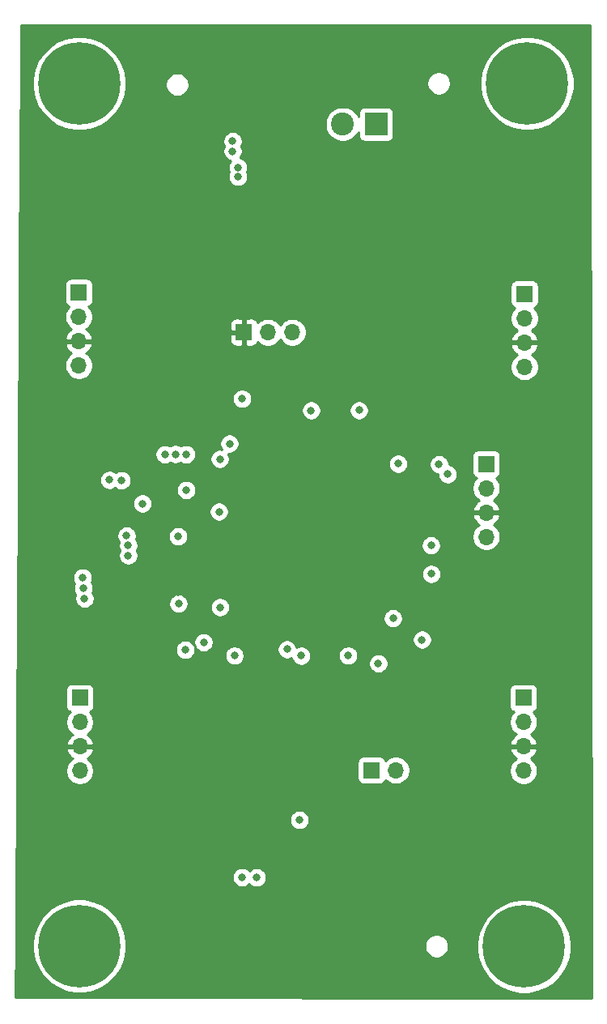
<source format=gbr>
%TF.GenerationSoftware,KiCad,Pcbnew,(5.1.10)-1*%
%TF.CreationDate,2021-11-07T19:26:15-08:00*%
%TF.ProjectId,stm32_pcb,73746d33-325f-4706-9362-2e6b69636164,rev?*%
%TF.SameCoordinates,Original*%
%TF.FileFunction,Copper,L2,Inr*%
%TF.FilePolarity,Positive*%
%FSLAX46Y46*%
G04 Gerber Fmt 4.6, Leading zero omitted, Abs format (unit mm)*
G04 Created by KiCad (PCBNEW (5.1.10)-1) date 2021-11-07 19:26:15*
%MOMM*%
%LPD*%
G01*
G04 APERTURE LIST*
%TA.AperFunction,ComponentPad*%
%ADD10O,1.700000X1.700000*%
%TD*%
%TA.AperFunction,ComponentPad*%
%ADD11R,1.700000X1.700000*%
%TD*%
%TA.AperFunction,ComponentPad*%
%ADD12C,2.400000*%
%TD*%
%TA.AperFunction,ComponentPad*%
%ADD13R,2.400000X2.400000*%
%TD*%
%TA.AperFunction,ComponentPad*%
%ADD14C,0.900000*%
%TD*%
%TA.AperFunction,ComponentPad*%
%ADD15C,8.600000*%
%TD*%
%TA.AperFunction,ViaPad*%
%ADD16C,0.800000*%
%TD*%
%TA.AperFunction,Conductor*%
%ADD17C,0.254000*%
%TD*%
%TA.AperFunction,Conductor*%
%ADD18C,0.100000*%
%TD*%
G04 APERTURE END LIST*
D10*
%TO.N,GND*%
%TO.C,J7*%
X182530000Y-93120000D03*
%TO.N,+3V3*%
X182530000Y-90580000D03*
%TO.N,SWDIO*%
X182530000Y-88040000D03*
D11*
%TO.N,SWCLK*%
X182530000Y-85500000D03*
%TD*%
D10*
%TO.N,GND*%
%TO.C,J6*%
X186520000Y-75360000D03*
%TO.N,+3V3*%
X186520000Y-72820000D03*
%TO.N,DFSDM_CLK*%
X186520000Y-70280000D03*
D11*
%TO.N,DFSDM_TOP_DIN*%
X186520000Y-67740000D03*
%TD*%
D10*
%TO.N,GND*%
%TO.C,J5*%
X140010000Y-117580000D03*
%TO.N,+3V3*%
X140010000Y-115040000D03*
%TO.N,DFSDM_CLK*%
X140010000Y-112500000D03*
D11*
%TO.N,DFSDM_BOT_DIN*%
X140010000Y-109960000D03*
%TD*%
D12*
%TO.N,GND*%
%TO.C,J4*%
X167500000Y-50000000D03*
D13*
%TO.N,VCC*%
X171000000Y-50000000D03*
%TD*%
D10*
%TO.N,SPI_MOSI*%
%TO.C,J3*%
X173060000Y-117520000D03*
D11*
%TO.N,SPI_CLK*%
X170520000Y-117520000D03*
%TD*%
D10*
%TO.N,GND*%
%TO.C,J2*%
X139900000Y-75210000D03*
%TO.N,+3V3*%
X139900000Y-72670000D03*
%TO.N,DFSDM_CLK*%
X139900000Y-70130000D03*
D11*
%TO.N,DFSDM_TOP_DIN*%
X139900000Y-67590000D03*
%TD*%
D10*
%TO.N,GND*%
%TO.C,J1*%
X186420000Y-117570000D03*
%TO.N,+3V3*%
X186420000Y-115030000D03*
%TO.N,DFSDM_CLK*%
X186420000Y-112490000D03*
D11*
%TO.N,DFSDM_BOT_DIN*%
X186420000Y-109950000D03*
%TD*%
D14*
%TO.N,N/C*%
%TO.C,H4*%
X142220419Y-43469581D03*
X139940000Y-42525000D03*
X137659581Y-43469581D03*
X136715000Y-45750000D03*
X137659581Y-48030419D03*
X139940000Y-48975000D03*
X142220419Y-48030419D03*
X143165000Y-45750000D03*
D15*
X139940000Y-45750000D03*
%TD*%
D14*
%TO.N,N/C*%
%TO.C,H3*%
X142250419Y-133599581D03*
X139970000Y-132655000D03*
X137689581Y-133599581D03*
X136745000Y-135880000D03*
X137689581Y-138160419D03*
X139970000Y-139105000D03*
X142250419Y-138160419D03*
X143195000Y-135880000D03*
D15*
X139970000Y-135880000D03*
%TD*%
D14*
%TO.N,N/C*%
%TO.C,H2*%
X189080419Y-43459581D03*
X186800000Y-42515000D03*
X184519581Y-43459581D03*
X183575000Y-45740000D03*
X184519581Y-48020419D03*
X186800000Y-48965000D03*
X189080419Y-48020419D03*
X190025000Y-45740000D03*
D15*
X186800000Y-45740000D03*
%TD*%
D14*
%TO.N,N/C*%
%TO.C,H1*%
X188760419Y-133659581D03*
X186480000Y-132715000D03*
X184199581Y-133659581D03*
X183255000Y-135940000D03*
X184199581Y-138220419D03*
X186480000Y-139165000D03*
X188760419Y-138220419D03*
X189705000Y-135940000D03*
D15*
X186480000Y-135940000D03*
%TD*%
D10*
%TO.N,GND*%
%TO.C,J8*%
X162240000Y-71740000D03*
%TO.N,BOOT0*%
X159700000Y-71740000D03*
D11*
%TO.N,+3V3*%
X157160000Y-71740000D03*
%TD*%
D16*
%TO.N,GND*%
X156000000Y-51760000D03*
X156000000Y-52830000D03*
X156560000Y-54530000D03*
X156560000Y-55480000D03*
X154670000Y-100480000D03*
X156980000Y-128710000D03*
X158510000Y-128730000D03*
X164210000Y-79920000D03*
X140310000Y-97380000D03*
X144900000Y-93000000D03*
X145070000Y-94010000D03*
X144360000Y-87210000D03*
X150010000Y-84490000D03*
X151130000Y-84500000D03*
X148900000Y-84510000D03*
X151140000Y-88240000D03*
X156190000Y-105540000D03*
X163170000Y-105550000D03*
X168080000Y-105540000D03*
X171230000Y-106360000D03*
X175810000Y-103870000D03*
X176770000Y-97000000D03*
X176755000Y-94020000D03*
X178490000Y-86580000D03*
X177580000Y-85540000D03*
X162970000Y-122710000D03*
X146560000Y-89650000D03*
X143100000Y-87180000D03*
X145070000Y-95080000D03*
X140380000Y-98490000D03*
X140500000Y-99570000D03*
X150300000Y-93080000D03*
X154570000Y-90490000D03*
X169220000Y-79900000D03*
X156980000Y-78700000D03*
X152970000Y-104150000D03*
X151030000Y-104930000D03*
X150330000Y-100110000D03*
%TO.N,+3V3*%
X149430000Y-105250000D03*
X154460000Y-78730000D03*
X166700000Y-79900000D03*
X161800000Y-44410000D03*
X150010000Y-86990000D03*
X148890000Y-86990000D03*
X151150000Y-86950000D03*
X150340000Y-89920000D03*
X158630000Y-105560000D03*
X165640000Y-105550000D03*
X172970000Y-105560000D03*
X176770000Y-99510000D03*
X176760000Y-91500000D03*
X177600000Y-84260000D03*
X158960000Y-56110000D03*
X160180000Y-56110000D03*
X157850000Y-44400000D03*
X159170000Y-44400000D03*
X160470000Y-44400000D03*
X151140000Y-94560000D03*
X145140000Y-88960000D03*
X154450000Y-79900000D03*
X161670000Y-79890000D03*
X150320000Y-98890000D03*
%TO.N,Net-(C20-Pad1)*%
X172770000Y-101630000D03*
X173310000Y-85480000D03*
X155670000Y-83380000D03*
%TO.N,DFSDM_BOT_DIN*%
X161680000Y-104880000D03*
%TO.N,DFSDM_TOP_DIN*%
X154650000Y-85000000D03*
%TD*%
D17*
%TO.N,+3V3*%
X193524201Y-141364109D02*
X133298797Y-141285894D01*
X133331409Y-135393945D01*
X135035000Y-135393945D01*
X135035000Y-136366055D01*
X135224650Y-137319486D01*
X135596660Y-138217599D01*
X136136735Y-139025879D01*
X136824121Y-139713265D01*
X137632401Y-140253340D01*
X138530514Y-140625350D01*
X139483945Y-140815000D01*
X140456055Y-140815000D01*
X141409486Y-140625350D01*
X142307599Y-140253340D01*
X143115879Y-139713265D01*
X143803265Y-139025879D01*
X144343340Y-138217599D01*
X144715350Y-137319486D01*
X144905000Y-136366055D01*
X144905000Y-135776890D01*
X176080048Y-135776890D01*
X176080048Y-136023110D01*
X176128083Y-136264598D01*
X176222307Y-136492074D01*
X176359099Y-136696798D01*
X176533202Y-136870901D01*
X176737926Y-137007693D01*
X176965402Y-137101917D01*
X177206890Y-137149952D01*
X177453110Y-137149952D01*
X177694598Y-137101917D01*
X177922074Y-137007693D01*
X178126798Y-136870901D01*
X178300901Y-136696798D01*
X178437693Y-136492074D01*
X178531917Y-136264598D01*
X178579952Y-136023110D01*
X178579952Y-135776890D01*
X178531917Y-135535402D01*
X178498177Y-135453945D01*
X181545000Y-135453945D01*
X181545000Y-136426055D01*
X181734650Y-137379486D01*
X182106660Y-138277599D01*
X182646735Y-139085879D01*
X183334121Y-139773265D01*
X184142401Y-140313340D01*
X185040514Y-140685350D01*
X185993945Y-140875000D01*
X186966055Y-140875000D01*
X187919486Y-140685350D01*
X188817599Y-140313340D01*
X189625879Y-139773265D01*
X190313265Y-139085879D01*
X190853340Y-138277599D01*
X191225350Y-137379486D01*
X191415000Y-136426055D01*
X191415000Y-135453945D01*
X191225350Y-134500514D01*
X190853340Y-133602401D01*
X190313265Y-132794121D01*
X189625879Y-132106735D01*
X188817599Y-131566660D01*
X187919486Y-131194650D01*
X186966055Y-131005000D01*
X185993945Y-131005000D01*
X185040514Y-131194650D01*
X184142401Y-131566660D01*
X183334121Y-132106735D01*
X182646735Y-132794121D01*
X182106660Y-133602401D01*
X181734650Y-134500514D01*
X181545000Y-135453945D01*
X178498177Y-135453945D01*
X178437693Y-135307926D01*
X178300901Y-135103202D01*
X178126798Y-134929099D01*
X177922074Y-134792307D01*
X177694598Y-134698083D01*
X177453110Y-134650048D01*
X177206890Y-134650048D01*
X176965402Y-134698083D01*
X176737926Y-134792307D01*
X176533202Y-134929099D01*
X176359099Y-135103202D01*
X176222307Y-135307926D01*
X176128083Y-135535402D01*
X176080048Y-135776890D01*
X144905000Y-135776890D01*
X144905000Y-135393945D01*
X144715350Y-134440514D01*
X144343340Y-133542401D01*
X143803265Y-132734121D01*
X143115879Y-132046735D01*
X142307599Y-131506660D01*
X141409486Y-131134650D01*
X140456055Y-130945000D01*
X139483945Y-130945000D01*
X138530514Y-131134650D01*
X137632401Y-131506660D01*
X136824121Y-132046735D01*
X136136735Y-132734121D01*
X135596660Y-133542401D01*
X135224650Y-134440514D01*
X135035000Y-135393945D01*
X133331409Y-135393945D01*
X133368968Y-128608061D01*
X155945000Y-128608061D01*
X155945000Y-128811939D01*
X155984774Y-129011898D01*
X156062795Y-129200256D01*
X156176063Y-129369774D01*
X156320226Y-129513937D01*
X156489744Y-129627205D01*
X156678102Y-129705226D01*
X156878061Y-129745000D01*
X157081939Y-129745000D01*
X157281898Y-129705226D01*
X157470256Y-129627205D01*
X157639774Y-129513937D01*
X157735000Y-129418711D01*
X157850226Y-129533937D01*
X158019744Y-129647205D01*
X158208102Y-129725226D01*
X158408061Y-129765000D01*
X158611939Y-129765000D01*
X158811898Y-129725226D01*
X159000256Y-129647205D01*
X159169774Y-129533937D01*
X159313937Y-129389774D01*
X159427205Y-129220256D01*
X159505226Y-129031898D01*
X159545000Y-128831939D01*
X159545000Y-128628061D01*
X159505226Y-128428102D01*
X159427205Y-128239744D01*
X159313937Y-128070226D01*
X159169774Y-127926063D01*
X159000256Y-127812795D01*
X158811898Y-127734774D01*
X158611939Y-127695000D01*
X158408061Y-127695000D01*
X158208102Y-127734774D01*
X158019744Y-127812795D01*
X157850226Y-127926063D01*
X157755000Y-128021289D01*
X157639774Y-127906063D01*
X157470256Y-127792795D01*
X157281898Y-127714774D01*
X157081939Y-127675000D01*
X156878061Y-127675000D01*
X156678102Y-127714774D01*
X156489744Y-127792795D01*
X156320226Y-127906063D01*
X156176063Y-128050226D01*
X156062795Y-128219744D01*
X155984774Y-128408102D01*
X155945000Y-128608061D01*
X133368968Y-128608061D01*
X133402178Y-122608061D01*
X161935000Y-122608061D01*
X161935000Y-122811939D01*
X161974774Y-123011898D01*
X162052795Y-123200256D01*
X162166063Y-123369774D01*
X162310226Y-123513937D01*
X162479744Y-123627205D01*
X162668102Y-123705226D01*
X162868061Y-123745000D01*
X163071939Y-123745000D01*
X163271898Y-123705226D01*
X163460256Y-123627205D01*
X163629774Y-123513937D01*
X163773937Y-123369774D01*
X163887205Y-123200256D01*
X163965226Y-123011898D01*
X164005000Y-122811939D01*
X164005000Y-122608061D01*
X163965226Y-122408102D01*
X163887205Y-122219744D01*
X163773937Y-122050226D01*
X163629774Y-121906063D01*
X163460256Y-121792795D01*
X163271898Y-121714774D01*
X163071939Y-121675000D01*
X162868061Y-121675000D01*
X162668102Y-121714774D01*
X162479744Y-121792795D01*
X162310226Y-121906063D01*
X162166063Y-122050226D01*
X162052795Y-122219744D01*
X161974774Y-122408102D01*
X161935000Y-122608061D01*
X133402178Y-122608061D01*
X133430818Y-117433740D01*
X138525000Y-117433740D01*
X138525000Y-117726260D01*
X138582068Y-118013158D01*
X138694010Y-118283411D01*
X138856525Y-118526632D01*
X139063368Y-118733475D01*
X139306589Y-118895990D01*
X139576842Y-119007932D01*
X139863740Y-119065000D01*
X140156260Y-119065000D01*
X140443158Y-119007932D01*
X140713411Y-118895990D01*
X140956632Y-118733475D01*
X141163475Y-118526632D01*
X141325990Y-118283411D01*
X141437932Y-118013158D01*
X141495000Y-117726260D01*
X141495000Y-117433740D01*
X141437932Y-117146842D01*
X141325990Y-116876589D01*
X141187952Y-116670000D01*
X169031928Y-116670000D01*
X169031928Y-118370000D01*
X169044188Y-118494482D01*
X169080498Y-118614180D01*
X169139463Y-118724494D01*
X169218815Y-118821185D01*
X169315506Y-118900537D01*
X169425820Y-118959502D01*
X169545518Y-118995812D01*
X169670000Y-119008072D01*
X171370000Y-119008072D01*
X171494482Y-118995812D01*
X171614180Y-118959502D01*
X171724494Y-118900537D01*
X171821185Y-118821185D01*
X171900537Y-118724494D01*
X171959502Y-118614180D01*
X171981513Y-118541620D01*
X172113368Y-118673475D01*
X172356589Y-118835990D01*
X172626842Y-118947932D01*
X172913740Y-119005000D01*
X173206260Y-119005000D01*
X173493158Y-118947932D01*
X173763411Y-118835990D01*
X174006632Y-118673475D01*
X174213475Y-118466632D01*
X174375990Y-118223411D01*
X174487932Y-117953158D01*
X174545000Y-117666260D01*
X174545000Y-117423740D01*
X184935000Y-117423740D01*
X184935000Y-117716260D01*
X184992068Y-118003158D01*
X185104010Y-118273411D01*
X185266525Y-118516632D01*
X185473368Y-118723475D01*
X185716589Y-118885990D01*
X185986842Y-118997932D01*
X186273740Y-119055000D01*
X186566260Y-119055000D01*
X186853158Y-118997932D01*
X187123411Y-118885990D01*
X187366632Y-118723475D01*
X187573475Y-118516632D01*
X187735990Y-118273411D01*
X187847932Y-118003158D01*
X187905000Y-117716260D01*
X187905000Y-117423740D01*
X187847932Y-117136842D01*
X187735990Y-116866589D01*
X187573475Y-116623368D01*
X187366632Y-116416525D01*
X187184466Y-116294805D01*
X187301355Y-116225178D01*
X187517588Y-116030269D01*
X187691641Y-115796920D01*
X187816825Y-115534099D01*
X187861476Y-115386890D01*
X187740155Y-115157000D01*
X186547000Y-115157000D01*
X186547000Y-115177000D01*
X186293000Y-115177000D01*
X186293000Y-115157000D01*
X185099845Y-115157000D01*
X184978524Y-115386890D01*
X185023175Y-115534099D01*
X185148359Y-115796920D01*
X185322412Y-116030269D01*
X185538645Y-116225178D01*
X185655534Y-116294805D01*
X185473368Y-116416525D01*
X185266525Y-116623368D01*
X185104010Y-116866589D01*
X184992068Y-117136842D01*
X184935000Y-117423740D01*
X174545000Y-117423740D01*
X174545000Y-117373740D01*
X174487932Y-117086842D01*
X174375990Y-116816589D01*
X174213475Y-116573368D01*
X174006632Y-116366525D01*
X173763411Y-116204010D01*
X173493158Y-116092068D01*
X173206260Y-116035000D01*
X172913740Y-116035000D01*
X172626842Y-116092068D01*
X172356589Y-116204010D01*
X172113368Y-116366525D01*
X171981513Y-116498380D01*
X171959502Y-116425820D01*
X171900537Y-116315506D01*
X171821185Y-116218815D01*
X171724494Y-116139463D01*
X171614180Y-116080498D01*
X171494482Y-116044188D01*
X171370000Y-116031928D01*
X169670000Y-116031928D01*
X169545518Y-116044188D01*
X169425820Y-116080498D01*
X169315506Y-116139463D01*
X169218815Y-116218815D01*
X169139463Y-116315506D01*
X169080498Y-116425820D01*
X169044188Y-116545518D01*
X169031928Y-116670000D01*
X141187952Y-116670000D01*
X141163475Y-116633368D01*
X140956632Y-116426525D01*
X140774466Y-116304805D01*
X140891355Y-116235178D01*
X141107588Y-116040269D01*
X141281641Y-115806920D01*
X141406825Y-115544099D01*
X141451476Y-115396890D01*
X141330155Y-115167000D01*
X140137000Y-115167000D01*
X140137000Y-115187000D01*
X139883000Y-115187000D01*
X139883000Y-115167000D01*
X138689845Y-115167000D01*
X138568524Y-115396890D01*
X138613175Y-115544099D01*
X138738359Y-115806920D01*
X138912412Y-116040269D01*
X139128645Y-116235178D01*
X139245534Y-116304805D01*
X139063368Y-116426525D01*
X138856525Y-116633368D01*
X138694010Y-116876589D01*
X138582068Y-117146842D01*
X138525000Y-117433740D01*
X133430818Y-117433740D01*
X133476891Y-109110000D01*
X138521928Y-109110000D01*
X138521928Y-110810000D01*
X138534188Y-110934482D01*
X138570498Y-111054180D01*
X138629463Y-111164494D01*
X138708815Y-111261185D01*
X138805506Y-111340537D01*
X138915820Y-111399502D01*
X138988380Y-111421513D01*
X138856525Y-111553368D01*
X138694010Y-111796589D01*
X138582068Y-112066842D01*
X138525000Y-112353740D01*
X138525000Y-112646260D01*
X138582068Y-112933158D01*
X138694010Y-113203411D01*
X138856525Y-113446632D01*
X139063368Y-113653475D01*
X139245534Y-113775195D01*
X139128645Y-113844822D01*
X138912412Y-114039731D01*
X138738359Y-114273080D01*
X138613175Y-114535901D01*
X138568524Y-114683110D01*
X138689845Y-114913000D01*
X139883000Y-114913000D01*
X139883000Y-114893000D01*
X140137000Y-114893000D01*
X140137000Y-114913000D01*
X141330155Y-114913000D01*
X141451476Y-114683110D01*
X141406825Y-114535901D01*
X141281641Y-114273080D01*
X141107588Y-114039731D01*
X140891355Y-113844822D01*
X140774466Y-113775195D01*
X140956632Y-113653475D01*
X141163475Y-113446632D01*
X141325990Y-113203411D01*
X141437932Y-112933158D01*
X141495000Y-112646260D01*
X141495000Y-112353740D01*
X141437932Y-112066842D01*
X141325990Y-111796589D01*
X141163475Y-111553368D01*
X141031620Y-111421513D01*
X141104180Y-111399502D01*
X141214494Y-111340537D01*
X141311185Y-111261185D01*
X141390537Y-111164494D01*
X141449502Y-111054180D01*
X141485812Y-110934482D01*
X141498072Y-110810000D01*
X141498072Y-109110000D01*
X141497088Y-109100000D01*
X184931928Y-109100000D01*
X184931928Y-110800000D01*
X184944188Y-110924482D01*
X184980498Y-111044180D01*
X185039463Y-111154494D01*
X185118815Y-111251185D01*
X185215506Y-111330537D01*
X185325820Y-111389502D01*
X185398380Y-111411513D01*
X185266525Y-111543368D01*
X185104010Y-111786589D01*
X184992068Y-112056842D01*
X184935000Y-112343740D01*
X184935000Y-112636260D01*
X184992068Y-112923158D01*
X185104010Y-113193411D01*
X185266525Y-113436632D01*
X185473368Y-113643475D01*
X185655534Y-113765195D01*
X185538645Y-113834822D01*
X185322412Y-114029731D01*
X185148359Y-114263080D01*
X185023175Y-114525901D01*
X184978524Y-114673110D01*
X185099845Y-114903000D01*
X186293000Y-114903000D01*
X186293000Y-114883000D01*
X186547000Y-114883000D01*
X186547000Y-114903000D01*
X187740155Y-114903000D01*
X187861476Y-114673110D01*
X187816825Y-114525901D01*
X187691641Y-114263080D01*
X187517588Y-114029731D01*
X187301355Y-113834822D01*
X187184466Y-113765195D01*
X187366632Y-113643475D01*
X187573475Y-113436632D01*
X187735990Y-113193411D01*
X187847932Y-112923158D01*
X187905000Y-112636260D01*
X187905000Y-112343740D01*
X187847932Y-112056842D01*
X187735990Y-111786589D01*
X187573475Y-111543368D01*
X187441620Y-111411513D01*
X187514180Y-111389502D01*
X187624494Y-111330537D01*
X187721185Y-111251185D01*
X187800537Y-111154494D01*
X187859502Y-111044180D01*
X187895812Y-110924482D01*
X187908072Y-110800000D01*
X187908072Y-109100000D01*
X187895812Y-108975518D01*
X187859502Y-108855820D01*
X187800537Y-108745506D01*
X187721185Y-108648815D01*
X187624494Y-108569463D01*
X187514180Y-108510498D01*
X187394482Y-108474188D01*
X187270000Y-108461928D01*
X185570000Y-108461928D01*
X185445518Y-108474188D01*
X185325820Y-108510498D01*
X185215506Y-108569463D01*
X185118815Y-108648815D01*
X185039463Y-108745506D01*
X184980498Y-108855820D01*
X184944188Y-108975518D01*
X184931928Y-109100000D01*
X141497088Y-109100000D01*
X141485812Y-108985518D01*
X141449502Y-108865820D01*
X141390537Y-108755506D01*
X141311185Y-108658815D01*
X141214494Y-108579463D01*
X141104180Y-108520498D01*
X140984482Y-108484188D01*
X140860000Y-108471928D01*
X139160000Y-108471928D01*
X139035518Y-108484188D01*
X138915820Y-108520498D01*
X138805506Y-108579463D01*
X138708815Y-108658815D01*
X138629463Y-108755506D01*
X138570498Y-108865820D01*
X138534188Y-108985518D01*
X138521928Y-109110000D01*
X133476891Y-109110000D01*
X133500591Y-104828061D01*
X149995000Y-104828061D01*
X149995000Y-105031939D01*
X150034774Y-105231898D01*
X150112795Y-105420256D01*
X150226063Y-105589774D01*
X150370226Y-105733937D01*
X150539744Y-105847205D01*
X150728102Y-105925226D01*
X150928061Y-105965000D01*
X151131939Y-105965000D01*
X151331898Y-105925226D01*
X151520256Y-105847205D01*
X151689774Y-105733937D01*
X151833937Y-105589774D01*
X151935308Y-105438061D01*
X155155000Y-105438061D01*
X155155000Y-105641939D01*
X155194774Y-105841898D01*
X155272795Y-106030256D01*
X155386063Y-106199774D01*
X155530226Y-106343937D01*
X155699744Y-106457205D01*
X155888102Y-106535226D01*
X156088061Y-106575000D01*
X156291939Y-106575000D01*
X156491898Y-106535226D01*
X156680256Y-106457205D01*
X156849774Y-106343937D01*
X156993937Y-106199774D01*
X157107205Y-106030256D01*
X157185226Y-105841898D01*
X157225000Y-105641939D01*
X157225000Y-105438061D01*
X157185226Y-105238102D01*
X157107205Y-105049744D01*
X156993937Y-104880226D01*
X156891772Y-104778061D01*
X160645000Y-104778061D01*
X160645000Y-104981939D01*
X160684774Y-105181898D01*
X160762795Y-105370256D01*
X160876063Y-105539774D01*
X161020226Y-105683937D01*
X161189744Y-105797205D01*
X161378102Y-105875226D01*
X161578061Y-105915000D01*
X161781939Y-105915000D01*
X161981898Y-105875226D01*
X162164379Y-105799639D01*
X162174774Y-105851898D01*
X162252795Y-106040256D01*
X162366063Y-106209774D01*
X162510226Y-106353937D01*
X162679744Y-106467205D01*
X162868102Y-106545226D01*
X163068061Y-106585000D01*
X163271939Y-106585000D01*
X163471898Y-106545226D01*
X163660256Y-106467205D01*
X163829774Y-106353937D01*
X163973937Y-106209774D01*
X164087205Y-106040256D01*
X164165226Y-105851898D01*
X164205000Y-105651939D01*
X164205000Y-105448061D01*
X164203011Y-105438061D01*
X167045000Y-105438061D01*
X167045000Y-105641939D01*
X167084774Y-105841898D01*
X167162795Y-106030256D01*
X167276063Y-106199774D01*
X167420226Y-106343937D01*
X167589744Y-106457205D01*
X167778102Y-106535226D01*
X167978061Y-106575000D01*
X168181939Y-106575000D01*
X168381898Y-106535226D01*
X168570256Y-106457205D01*
X168739774Y-106343937D01*
X168825650Y-106258061D01*
X170195000Y-106258061D01*
X170195000Y-106461939D01*
X170234774Y-106661898D01*
X170312795Y-106850256D01*
X170426063Y-107019774D01*
X170570226Y-107163937D01*
X170739744Y-107277205D01*
X170928102Y-107355226D01*
X171128061Y-107395000D01*
X171331939Y-107395000D01*
X171531898Y-107355226D01*
X171720256Y-107277205D01*
X171889774Y-107163937D01*
X172033937Y-107019774D01*
X172147205Y-106850256D01*
X172225226Y-106661898D01*
X172265000Y-106461939D01*
X172265000Y-106258061D01*
X172225226Y-106058102D01*
X172147205Y-105869744D01*
X172033937Y-105700226D01*
X171889774Y-105556063D01*
X171720256Y-105442795D01*
X171531898Y-105364774D01*
X171331939Y-105325000D01*
X171128061Y-105325000D01*
X170928102Y-105364774D01*
X170739744Y-105442795D01*
X170570226Y-105556063D01*
X170426063Y-105700226D01*
X170312795Y-105869744D01*
X170234774Y-106058102D01*
X170195000Y-106258061D01*
X168825650Y-106258061D01*
X168883937Y-106199774D01*
X168997205Y-106030256D01*
X169075226Y-105841898D01*
X169115000Y-105641939D01*
X169115000Y-105438061D01*
X169075226Y-105238102D01*
X168997205Y-105049744D01*
X168883937Y-104880226D01*
X168739774Y-104736063D01*
X168570256Y-104622795D01*
X168381898Y-104544774D01*
X168181939Y-104505000D01*
X167978061Y-104505000D01*
X167778102Y-104544774D01*
X167589744Y-104622795D01*
X167420226Y-104736063D01*
X167276063Y-104880226D01*
X167162795Y-105049744D01*
X167084774Y-105238102D01*
X167045000Y-105438061D01*
X164203011Y-105438061D01*
X164165226Y-105248102D01*
X164087205Y-105059744D01*
X163973937Y-104890226D01*
X163829774Y-104746063D01*
X163660256Y-104632795D01*
X163471898Y-104554774D01*
X163271939Y-104515000D01*
X163068061Y-104515000D01*
X162868102Y-104554774D01*
X162685621Y-104630361D01*
X162675226Y-104578102D01*
X162597205Y-104389744D01*
X162483937Y-104220226D01*
X162339774Y-104076063D01*
X162170256Y-103962795D01*
X161981898Y-103884774D01*
X161781939Y-103845000D01*
X161578061Y-103845000D01*
X161378102Y-103884774D01*
X161189744Y-103962795D01*
X161020226Y-104076063D01*
X160876063Y-104220226D01*
X160762795Y-104389744D01*
X160684774Y-104578102D01*
X160645000Y-104778061D01*
X156891772Y-104778061D01*
X156849774Y-104736063D01*
X156680256Y-104622795D01*
X156491898Y-104544774D01*
X156291939Y-104505000D01*
X156088061Y-104505000D01*
X155888102Y-104544774D01*
X155699744Y-104622795D01*
X155530226Y-104736063D01*
X155386063Y-104880226D01*
X155272795Y-105049744D01*
X155194774Y-105238102D01*
X155155000Y-105438061D01*
X151935308Y-105438061D01*
X151947205Y-105420256D01*
X152025226Y-105231898D01*
X152065000Y-105031939D01*
X152065000Y-104828061D01*
X152025226Y-104628102D01*
X151947205Y-104439744D01*
X151833937Y-104270226D01*
X151689774Y-104126063D01*
X151573036Y-104048061D01*
X151935000Y-104048061D01*
X151935000Y-104251939D01*
X151974774Y-104451898D01*
X152052795Y-104640256D01*
X152166063Y-104809774D01*
X152310226Y-104953937D01*
X152479744Y-105067205D01*
X152668102Y-105145226D01*
X152868061Y-105185000D01*
X153071939Y-105185000D01*
X153271898Y-105145226D01*
X153460256Y-105067205D01*
X153629774Y-104953937D01*
X153773937Y-104809774D01*
X153887205Y-104640256D01*
X153965226Y-104451898D01*
X154005000Y-104251939D01*
X154005000Y-104048061D01*
X153965226Y-103848102D01*
X153932072Y-103768061D01*
X174775000Y-103768061D01*
X174775000Y-103971939D01*
X174814774Y-104171898D01*
X174892795Y-104360256D01*
X175006063Y-104529774D01*
X175150226Y-104673937D01*
X175319744Y-104787205D01*
X175508102Y-104865226D01*
X175708061Y-104905000D01*
X175911939Y-104905000D01*
X176111898Y-104865226D01*
X176300256Y-104787205D01*
X176469774Y-104673937D01*
X176613937Y-104529774D01*
X176727205Y-104360256D01*
X176805226Y-104171898D01*
X176845000Y-103971939D01*
X176845000Y-103768061D01*
X176805226Y-103568102D01*
X176727205Y-103379744D01*
X176613937Y-103210226D01*
X176469774Y-103066063D01*
X176300256Y-102952795D01*
X176111898Y-102874774D01*
X175911939Y-102835000D01*
X175708061Y-102835000D01*
X175508102Y-102874774D01*
X175319744Y-102952795D01*
X175150226Y-103066063D01*
X175006063Y-103210226D01*
X174892795Y-103379744D01*
X174814774Y-103568102D01*
X174775000Y-103768061D01*
X153932072Y-103768061D01*
X153887205Y-103659744D01*
X153773937Y-103490226D01*
X153629774Y-103346063D01*
X153460256Y-103232795D01*
X153271898Y-103154774D01*
X153071939Y-103115000D01*
X152868061Y-103115000D01*
X152668102Y-103154774D01*
X152479744Y-103232795D01*
X152310226Y-103346063D01*
X152166063Y-103490226D01*
X152052795Y-103659744D01*
X151974774Y-103848102D01*
X151935000Y-104048061D01*
X151573036Y-104048061D01*
X151520256Y-104012795D01*
X151331898Y-103934774D01*
X151131939Y-103895000D01*
X150928061Y-103895000D01*
X150728102Y-103934774D01*
X150539744Y-104012795D01*
X150370226Y-104126063D01*
X150226063Y-104270226D01*
X150112795Y-104439744D01*
X150034774Y-104628102D01*
X149995000Y-104828061D01*
X133500591Y-104828061D01*
X133518856Y-101528061D01*
X171735000Y-101528061D01*
X171735000Y-101731939D01*
X171774774Y-101931898D01*
X171852795Y-102120256D01*
X171966063Y-102289774D01*
X172110226Y-102433937D01*
X172279744Y-102547205D01*
X172468102Y-102625226D01*
X172668061Y-102665000D01*
X172871939Y-102665000D01*
X173071898Y-102625226D01*
X173260256Y-102547205D01*
X173429774Y-102433937D01*
X173573937Y-102289774D01*
X173687205Y-102120256D01*
X173765226Y-101931898D01*
X173805000Y-101731939D01*
X173805000Y-101528061D01*
X173765226Y-101328102D01*
X173687205Y-101139744D01*
X173573937Y-100970226D01*
X173429774Y-100826063D01*
X173260256Y-100712795D01*
X173071898Y-100634774D01*
X172871939Y-100595000D01*
X172668061Y-100595000D01*
X172468102Y-100634774D01*
X172279744Y-100712795D01*
X172110226Y-100826063D01*
X171966063Y-100970226D01*
X171852795Y-101139744D01*
X171774774Y-101328102D01*
X171735000Y-101528061D01*
X133518856Y-101528061D01*
X133542381Y-97278061D01*
X139275000Y-97278061D01*
X139275000Y-97481939D01*
X139314774Y-97681898D01*
X139392795Y-97870256D01*
X139471055Y-97987381D01*
X139462795Y-97999744D01*
X139384774Y-98188102D01*
X139345000Y-98388061D01*
X139345000Y-98591939D01*
X139384774Y-98791898D01*
X139462795Y-98980256D01*
X139562312Y-99129194D01*
X139504774Y-99268102D01*
X139465000Y-99468061D01*
X139465000Y-99671939D01*
X139504774Y-99871898D01*
X139582795Y-100060256D01*
X139696063Y-100229774D01*
X139840226Y-100373937D01*
X140009744Y-100487205D01*
X140198102Y-100565226D01*
X140398061Y-100605000D01*
X140601939Y-100605000D01*
X140801898Y-100565226D01*
X140990256Y-100487205D01*
X141159774Y-100373937D01*
X141303937Y-100229774D01*
X141417205Y-100060256D01*
X141438825Y-100008061D01*
X149295000Y-100008061D01*
X149295000Y-100211939D01*
X149334774Y-100411898D01*
X149412795Y-100600256D01*
X149526063Y-100769774D01*
X149670226Y-100913937D01*
X149839744Y-101027205D01*
X150028102Y-101105226D01*
X150228061Y-101145000D01*
X150431939Y-101145000D01*
X150631898Y-101105226D01*
X150820256Y-101027205D01*
X150989774Y-100913937D01*
X151133937Y-100769774D01*
X151247205Y-100600256D01*
X151325226Y-100411898D01*
X151331956Y-100378061D01*
X153635000Y-100378061D01*
X153635000Y-100581939D01*
X153674774Y-100781898D01*
X153752795Y-100970256D01*
X153866063Y-101139774D01*
X154010226Y-101283937D01*
X154179744Y-101397205D01*
X154368102Y-101475226D01*
X154568061Y-101515000D01*
X154771939Y-101515000D01*
X154971898Y-101475226D01*
X155160256Y-101397205D01*
X155329774Y-101283937D01*
X155473937Y-101139774D01*
X155587205Y-100970256D01*
X155665226Y-100781898D01*
X155705000Y-100581939D01*
X155705000Y-100378061D01*
X155665226Y-100178102D01*
X155587205Y-99989744D01*
X155473937Y-99820226D01*
X155329774Y-99676063D01*
X155160256Y-99562795D01*
X154971898Y-99484774D01*
X154771939Y-99445000D01*
X154568061Y-99445000D01*
X154368102Y-99484774D01*
X154179744Y-99562795D01*
X154010226Y-99676063D01*
X153866063Y-99820226D01*
X153752795Y-99989744D01*
X153674774Y-100178102D01*
X153635000Y-100378061D01*
X151331956Y-100378061D01*
X151365000Y-100211939D01*
X151365000Y-100008061D01*
X151325226Y-99808102D01*
X151247205Y-99619744D01*
X151133937Y-99450226D01*
X150989774Y-99306063D01*
X150820256Y-99192795D01*
X150631898Y-99114774D01*
X150431939Y-99075000D01*
X150228061Y-99075000D01*
X150028102Y-99114774D01*
X149839744Y-99192795D01*
X149670226Y-99306063D01*
X149526063Y-99450226D01*
X149412795Y-99619744D01*
X149334774Y-99808102D01*
X149295000Y-100008061D01*
X141438825Y-100008061D01*
X141495226Y-99871898D01*
X141535000Y-99671939D01*
X141535000Y-99468061D01*
X141495226Y-99268102D01*
X141417205Y-99079744D01*
X141317688Y-98930806D01*
X141375226Y-98791898D01*
X141415000Y-98591939D01*
X141415000Y-98388061D01*
X141375226Y-98188102D01*
X141297205Y-97999744D01*
X141218945Y-97882619D01*
X141227205Y-97870256D01*
X141305226Y-97681898D01*
X141345000Y-97481939D01*
X141345000Y-97278061D01*
X141305226Y-97078102D01*
X141230651Y-96898061D01*
X175735000Y-96898061D01*
X175735000Y-97101939D01*
X175774774Y-97301898D01*
X175852795Y-97490256D01*
X175966063Y-97659774D01*
X176110226Y-97803937D01*
X176279744Y-97917205D01*
X176468102Y-97995226D01*
X176668061Y-98035000D01*
X176871939Y-98035000D01*
X177071898Y-97995226D01*
X177260256Y-97917205D01*
X177429774Y-97803937D01*
X177573937Y-97659774D01*
X177687205Y-97490256D01*
X177765226Y-97301898D01*
X177805000Y-97101939D01*
X177805000Y-96898061D01*
X177765226Y-96698102D01*
X177687205Y-96509744D01*
X177573937Y-96340226D01*
X177429774Y-96196063D01*
X177260256Y-96082795D01*
X177071898Y-96004774D01*
X176871939Y-95965000D01*
X176668061Y-95965000D01*
X176468102Y-96004774D01*
X176279744Y-96082795D01*
X176110226Y-96196063D01*
X175966063Y-96340226D01*
X175852795Y-96509744D01*
X175774774Y-96698102D01*
X175735000Y-96898061D01*
X141230651Y-96898061D01*
X141227205Y-96889744D01*
X141113937Y-96720226D01*
X140969774Y-96576063D01*
X140800256Y-96462795D01*
X140611898Y-96384774D01*
X140411939Y-96345000D01*
X140208061Y-96345000D01*
X140008102Y-96384774D01*
X139819744Y-96462795D01*
X139650226Y-96576063D01*
X139506063Y-96720226D01*
X139392795Y-96889744D01*
X139314774Y-97078102D01*
X139275000Y-97278061D01*
X133542381Y-97278061D01*
X133566624Y-92898061D01*
X143865000Y-92898061D01*
X143865000Y-93101939D01*
X143904774Y-93301898D01*
X143982795Y-93490256D01*
X144095279Y-93658600D01*
X144074774Y-93708102D01*
X144035000Y-93908061D01*
X144035000Y-94111939D01*
X144074774Y-94311898D01*
X144152795Y-94500256D01*
X144182692Y-94545000D01*
X144152795Y-94589744D01*
X144074774Y-94778102D01*
X144035000Y-94978061D01*
X144035000Y-95181939D01*
X144074774Y-95381898D01*
X144152795Y-95570256D01*
X144266063Y-95739774D01*
X144410226Y-95883937D01*
X144579744Y-95997205D01*
X144768102Y-96075226D01*
X144968061Y-96115000D01*
X145171939Y-96115000D01*
X145371898Y-96075226D01*
X145560256Y-95997205D01*
X145729774Y-95883937D01*
X145873937Y-95739774D01*
X145987205Y-95570256D01*
X146065226Y-95381898D01*
X146105000Y-95181939D01*
X146105000Y-94978061D01*
X146065226Y-94778102D01*
X145987205Y-94589744D01*
X145957308Y-94545000D01*
X145987205Y-94500256D01*
X146065226Y-94311898D01*
X146105000Y-94111939D01*
X146105000Y-93908061D01*
X146065226Y-93708102D01*
X145987205Y-93519744D01*
X145874721Y-93351400D01*
X145895226Y-93301898D01*
X145935000Y-93101939D01*
X145935000Y-92978061D01*
X149265000Y-92978061D01*
X149265000Y-93181939D01*
X149304774Y-93381898D01*
X149382795Y-93570256D01*
X149496063Y-93739774D01*
X149640226Y-93883937D01*
X149809744Y-93997205D01*
X149998102Y-94075226D01*
X150198061Y-94115000D01*
X150401939Y-94115000D01*
X150601898Y-94075226D01*
X150790256Y-93997205D01*
X150908703Y-93918061D01*
X175720000Y-93918061D01*
X175720000Y-94121939D01*
X175759774Y-94321898D01*
X175837795Y-94510256D01*
X175951063Y-94679774D01*
X176095226Y-94823937D01*
X176264744Y-94937205D01*
X176453102Y-95015226D01*
X176653061Y-95055000D01*
X176856939Y-95055000D01*
X177056898Y-95015226D01*
X177245256Y-94937205D01*
X177414774Y-94823937D01*
X177558937Y-94679774D01*
X177672205Y-94510256D01*
X177750226Y-94321898D01*
X177790000Y-94121939D01*
X177790000Y-93918061D01*
X177750226Y-93718102D01*
X177672205Y-93529744D01*
X177558937Y-93360226D01*
X177414774Y-93216063D01*
X177245256Y-93102795D01*
X177056898Y-93024774D01*
X176856939Y-92985000D01*
X176653061Y-92985000D01*
X176453102Y-93024774D01*
X176264744Y-93102795D01*
X176095226Y-93216063D01*
X175951063Y-93360226D01*
X175837795Y-93529744D01*
X175759774Y-93718102D01*
X175720000Y-93918061D01*
X150908703Y-93918061D01*
X150959774Y-93883937D01*
X151103937Y-93739774D01*
X151217205Y-93570256D01*
X151295226Y-93381898D01*
X151335000Y-93181939D01*
X151335000Y-92978061D01*
X151334141Y-92973740D01*
X181045000Y-92973740D01*
X181045000Y-93266260D01*
X181102068Y-93553158D01*
X181214010Y-93823411D01*
X181376525Y-94066632D01*
X181583368Y-94273475D01*
X181826589Y-94435990D01*
X182096842Y-94547932D01*
X182383740Y-94605000D01*
X182676260Y-94605000D01*
X182963158Y-94547932D01*
X183233411Y-94435990D01*
X183476632Y-94273475D01*
X183683475Y-94066632D01*
X183845990Y-93823411D01*
X183957932Y-93553158D01*
X184015000Y-93266260D01*
X184015000Y-92973740D01*
X183957932Y-92686842D01*
X183845990Y-92416589D01*
X183683475Y-92173368D01*
X183476632Y-91966525D01*
X183294466Y-91844805D01*
X183411355Y-91775178D01*
X183627588Y-91580269D01*
X183801641Y-91346920D01*
X183926825Y-91084099D01*
X183971476Y-90936890D01*
X183850155Y-90707000D01*
X182657000Y-90707000D01*
X182657000Y-90727000D01*
X182403000Y-90727000D01*
X182403000Y-90707000D01*
X181209845Y-90707000D01*
X181088524Y-90936890D01*
X181133175Y-91084099D01*
X181258359Y-91346920D01*
X181432412Y-91580269D01*
X181648645Y-91775178D01*
X181765534Y-91844805D01*
X181583368Y-91966525D01*
X181376525Y-92173368D01*
X181214010Y-92416589D01*
X181102068Y-92686842D01*
X181045000Y-92973740D01*
X151334141Y-92973740D01*
X151295226Y-92778102D01*
X151217205Y-92589744D01*
X151103937Y-92420226D01*
X150959774Y-92276063D01*
X150790256Y-92162795D01*
X150601898Y-92084774D01*
X150401939Y-92045000D01*
X150198061Y-92045000D01*
X149998102Y-92084774D01*
X149809744Y-92162795D01*
X149640226Y-92276063D01*
X149496063Y-92420226D01*
X149382795Y-92589744D01*
X149304774Y-92778102D01*
X149265000Y-92978061D01*
X145935000Y-92978061D01*
X145935000Y-92898061D01*
X145895226Y-92698102D01*
X145817205Y-92509744D01*
X145703937Y-92340226D01*
X145559774Y-92196063D01*
X145390256Y-92082795D01*
X145201898Y-92004774D01*
X145001939Y-91965000D01*
X144798061Y-91965000D01*
X144598102Y-92004774D01*
X144409744Y-92082795D01*
X144240226Y-92196063D01*
X144096063Y-92340226D01*
X143982795Y-92509744D01*
X143904774Y-92698102D01*
X143865000Y-92898061D01*
X133566624Y-92898061D01*
X133585166Y-89548061D01*
X145525000Y-89548061D01*
X145525000Y-89751939D01*
X145564774Y-89951898D01*
X145642795Y-90140256D01*
X145756063Y-90309774D01*
X145900226Y-90453937D01*
X146069744Y-90567205D01*
X146258102Y-90645226D01*
X146458061Y-90685000D01*
X146661939Y-90685000D01*
X146861898Y-90645226D01*
X147050256Y-90567205D01*
X147219774Y-90453937D01*
X147285650Y-90388061D01*
X153535000Y-90388061D01*
X153535000Y-90591939D01*
X153574774Y-90791898D01*
X153652795Y-90980256D01*
X153766063Y-91149774D01*
X153910226Y-91293937D01*
X154079744Y-91407205D01*
X154268102Y-91485226D01*
X154468061Y-91525000D01*
X154671939Y-91525000D01*
X154871898Y-91485226D01*
X155060256Y-91407205D01*
X155229774Y-91293937D01*
X155373937Y-91149774D01*
X155487205Y-90980256D01*
X155565226Y-90791898D01*
X155605000Y-90591939D01*
X155605000Y-90388061D01*
X155565226Y-90188102D01*
X155487205Y-89999744D01*
X155373937Y-89830226D01*
X155229774Y-89686063D01*
X155060256Y-89572795D01*
X154871898Y-89494774D01*
X154671939Y-89455000D01*
X154468061Y-89455000D01*
X154268102Y-89494774D01*
X154079744Y-89572795D01*
X153910226Y-89686063D01*
X153766063Y-89830226D01*
X153652795Y-89999744D01*
X153574774Y-90188102D01*
X153535000Y-90388061D01*
X147285650Y-90388061D01*
X147363937Y-90309774D01*
X147477205Y-90140256D01*
X147555226Y-89951898D01*
X147595000Y-89751939D01*
X147595000Y-89548061D01*
X147555226Y-89348102D01*
X147477205Y-89159744D01*
X147363937Y-88990226D01*
X147219774Y-88846063D01*
X147050256Y-88732795D01*
X146861898Y-88654774D01*
X146661939Y-88615000D01*
X146458061Y-88615000D01*
X146258102Y-88654774D01*
X146069744Y-88732795D01*
X145900226Y-88846063D01*
X145756063Y-88990226D01*
X145642795Y-89159744D01*
X145564774Y-89348102D01*
X145525000Y-89548061D01*
X133585166Y-89548061D01*
X133598838Y-87078061D01*
X142065000Y-87078061D01*
X142065000Y-87281939D01*
X142104774Y-87481898D01*
X142182795Y-87670256D01*
X142296063Y-87839774D01*
X142440226Y-87983937D01*
X142609744Y-88097205D01*
X142798102Y-88175226D01*
X142998061Y-88215000D01*
X143201939Y-88215000D01*
X143401898Y-88175226D01*
X143590256Y-88097205D01*
X143707551Y-88018831D01*
X143869744Y-88127205D01*
X144058102Y-88205226D01*
X144258061Y-88245000D01*
X144461939Y-88245000D01*
X144661898Y-88205226D01*
X144824047Y-88138061D01*
X150105000Y-88138061D01*
X150105000Y-88341939D01*
X150144774Y-88541898D01*
X150222795Y-88730256D01*
X150336063Y-88899774D01*
X150480226Y-89043937D01*
X150649744Y-89157205D01*
X150838102Y-89235226D01*
X151038061Y-89275000D01*
X151241939Y-89275000D01*
X151441898Y-89235226D01*
X151630256Y-89157205D01*
X151799774Y-89043937D01*
X151943937Y-88899774D01*
X152057205Y-88730256D01*
X152135226Y-88541898D01*
X152175000Y-88341939D01*
X152175000Y-88138061D01*
X152135226Y-87938102D01*
X152057205Y-87749744D01*
X151943937Y-87580226D01*
X151799774Y-87436063D01*
X151630256Y-87322795D01*
X151441898Y-87244774D01*
X151241939Y-87205000D01*
X151038061Y-87205000D01*
X150838102Y-87244774D01*
X150649744Y-87322795D01*
X150480226Y-87436063D01*
X150336063Y-87580226D01*
X150222795Y-87749744D01*
X150144774Y-87938102D01*
X150105000Y-88138061D01*
X144824047Y-88138061D01*
X144850256Y-88127205D01*
X145019774Y-88013937D01*
X145163937Y-87869774D01*
X145277205Y-87700256D01*
X145355226Y-87511898D01*
X145395000Y-87311939D01*
X145395000Y-87108061D01*
X145355226Y-86908102D01*
X145277205Y-86719744D01*
X145163937Y-86550226D01*
X145019774Y-86406063D01*
X144850256Y-86292795D01*
X144661898Y-86214774D01*
X144461939Y-86175000D01*
X144258061Y-86175000D01*
X144058102Y-86214774D01*
X143869744Y-86292795D01*
X143752449Y-86371169D01*
X143590256Y-86262795D01*
X143401898Y-86184774D01*
X143201939Y-86145000D01*
X142998061Y-86145000D01*
X142798102Y-86184774D01*
X142609744Y-86262795D01*
X142440226Y-86376063D01*
X142296063Y-86520226D01*
X142182795Y-86689744D01*
X142104774Y-86878102D01*
X142065000Y-87078061D01*
X133598838Y-87078061D01*
X133613616Y-84408061D01*
X147865000Y-84408061D01*
X147865000Y-84611939D01*
X147904774Y-84811898D01*
X147982795Y-85000256D01*
X148096063Y-85169774D01*
X148240226Y-85313937D01*
X148409744Y-85427205D01*
X148598102Y-85505226D01*
X148798061Y-85545000D01*
X149001939Y-85545000D01*
X149201898Y-85505226D01*
X149390256Y-85427205D01*
X149469966Y-85373945D01*
X149519744Y-85407205D01*
X149708102Y-85485226D01*
X149908061Y-85525000D01*
X150111939Y-85525000D01*
X150311898Y-85485226D01*
X150500256Y-85407205D01*
X150562517Y-85365604D01*
X150639744Y-85417205D01*
X150828102Y-85495226D01*
X151028061Y-85535000D01*
X151231939Y-85535000D01*
X151431898Y-85495226D01*
X151620256Y-85417205D01*
X151789774Y-85303937D01*
X151933937Y-85159774D01*
X152047205Y-84990256D01*
X152085393Y-84898061D01*
X153615000Y-84898061D01*
X153615000Y-85101939D01*
X153654774Y-85301898D01*
X153732795Y-85490256D01*
X153846063Y-85659774D01*
X153990226Y-85803937D01*
X154159744Y-85917205D01*
X154348102Y-85995226D01*
X154548061Y-86035000D01*
X154751939Y-86035000D01*
X154951898Y-85995226D01*
X155140256Y-85917205D01*
X155309774Y-85803937D01*
X155453937Y-85659774D01*
X155567205Y-85490256D01*
X155613678Y-85378061D01*
X172275000Y-85378061D01*
X172275000Y-85581939D01*
X172314774Y-85781898D01*
X172392795Y-85970256D01*
X172506063Y-86139774D01*
X172650226Y-86283937D01*
X172819744Y-86397205D01*
X173008102Y-86475226D01*
X173208061Y-86515000D01*
X173411939Y-86515000D01*
X173611898Y-86475226D01*
X173800256Y-86397205D01*
X173969774Y-86283937D01*
X174113937Y-86139774D01*
X174227205Y-85970256D01*
X174305226Y-85781898D01*
X174345000Y-85581939D01*
X174345000Y-85438061D01*
X176545000Y-85438061D01*
X176545000Y-85641939D01*
X176584774Y-85841898D01*
X176662795Y-86030256D01*
X176776063Y-86199774D01*
X176920226Y-86343937D01*
X177089744Y-86457205D01*
X177278102Y-86535226D01*
X177455000Y-86570413D01*
X177455000Y-86681939D01*
X177494774Y-86881898D01*
X177572795Y-87070256D01*
X177686063Y-87239774D01*
X177830226Y-87383937D01*
X177999744Y-87497205D01*
X178188102Y-87575226D01*
X178388061Y-87615000D01*
X178591939Y-87615000D01*
X178791898Y-87575226D01*
X178980256Y-87497205D01*
X179149774Y-87383937D01*
X179293937Y-87239774D01*
X179407205Y-87070256D01*
X179485226Y-86881898D01*
X179525000Y-86681939D01*
X179525000Y-86478061D01*
X179485226Y-86278102D01*
X179407205Y-86089744D01*
X179293937Y-85920226D01*
X179149774Y-85776063D01*
X178980256Y-85662795D01*
X178791898Y-85584774D01*
X178615000Y-85549587D01*
X178615000Y-85438061D01*
X178575226Y-85238102D01*
X178497205Y-85049744D01*
X178383937Y-84880226D01*
X178239774Y-84736063D01*
X178110972Y-84650000D01*
X181041928Y-84650000D01*
X181041928Y-86350000D01*
X181054188Y-86474482D01*
X181090498Y-86594180D01*
X181149463Y-86704494D01*
X181228815Y-86801185D01*
X181325506Y-86880537D01*
X181435820Y-86939502D01*
X181508380Y-86961513D01*
X181376525Y-87093368D01*
X181214010Y-87336589D01*
X181102068Y-87606842D01*
X181045000Y-87893740D01*
X181045000Y-88186260D01*
X181102068Y-88473158D01*
X181214010Y-88743411D01*
X181376525Y-88986632D01*
X181583368Y-89193475D01*
X181765534Y-89315195D01*
X181648645Y-89384822D01*
X181432412Y-89579731D01*
X181258359Y-89813080D01*
X181133175Y-90075901D01*
X181088524Y-90223110D01*
X181209845Y-90453000D01*
X182403000Y-90453000D01*
X182403000Y-90433000D01*
X182657000Y-90433000D01*
X182657000Y-90453000D01*
X183850155Y-90453000D01*
X183971476Y-90223110D01*
X183926825Y-90075901D01*
X183801641Y-89813080D01*
X183627588Y-89579731D01*
X183411355Y-89384822D01*
X183294466Y-89315195D01*
X183476632Y-89193475D01*
X183683475Y-88986632D01*
X183845990Y-88743411D01*
X183957932Y-88473158D01*
X184015000Y-88186260D01*
X184015000Y-87893740D01*
X183957932Y-87606842D01*
X183845990Y-87336589D01*
X183683475Y-87093368D01*
X183551620Y-86961513D01*
X183624180Y-86939502D01*
X183734494Y-86880537D01*
X183831185Y-86801185D01*
X183910537Y-86704494D01*
X183969502Y-86594180D01*
X184005812Y-86474482D01*
X184018072Y-86350000D01*
X184018072Y-84650000D01*
X184005812Y-84525518D01*
X183969502Y-84405820D01*
X183910537Y-84295506D01*
X183831185Y-84198815D01*
X183734494Y-84119463D01*
X183624180Y-84060498D01*
X183504482Y-84024188D01*
X183380000Y-84011928D01*
X181680000Y-84011928D01*
X181555518Y-84024188D01*
X181435820Y-84060498D01*
X181325506Y-84119463D01*
X181228815Y-84198815D01*
X181149463Y-84295506D01*
X181090498Y-84405820D01*
X181054188Y-84525518D01*
X181041928Y-84650000D01*
X178110972Y-84650000D01*
X178070256Y-84622795D01*
X177881898Y-84544774D01*
X177681939Y-84505000D01*
X177478061Y-84505000D01*
X177278102Y-84544774D01*
X177089744Y-84622795D01*
X176920226Y-84736063D01*
X176776063Y-84880226D01*
X176662795Y-85049744D01*
X176584774Y-85238102D01*
X176545000Y-85438061D01*
X174345000Y-85438061D01*
X174345000Y-85378061D01*
X174305226Y-85178102D01*
X174227205Y-84989744D01*
X174113937Y-84820226D01*
X173969774Y-84676063D01*
X173800256Y-84562795D01*
X173611898Y-84484774D01*
X173411939Y-84445000D01*
X173208061Y-84445000D01*
X173008102Y-84484774D01*
X172819744Y-84562795D01*
X172650226Y-84676063D01*
X172506063Y-84820226D01*
X172392795Y-84989744D01*
X172314774Y-85178102D01*
X172275000Y-85378061D01*
X155613678Y-85378061D01*
X155645226Y-85301898D01*
X155685000Y-85101939D01*
X155685000Y-84898061D01*
X155645226Y-84698102D01*
X155567205Y-84509744D01*
X155494065Y-84400281D01*
X155568061Y-84415000D01*
X155771939Y-84415000D01*
X155971898Y-84375226D01*
X156160256Y-84297205D01*
X156329774Y-84183937D01*
X156473937Y-84039774D01*
X156587205Y-83870256D01*
X156665226Y-83681898D01*
X156705000Y-83481939D01*
X156705000Y-83278061D01*
X156665226Y-83078102D01*
X156587205Y-82889744D01*
X156473937Y-82720226D01*
X156329774Y-82576063D01*
X156160256Y-82462795D01*
X155971898Y-82384774D01*
X155771939Y-82345000D01*
X155568061Y-82345000D01*
X155368102Y-82384774D01*
X155179744Y-82462795D01*
X155010226Y-82576063D01*
X154866063Y-82720226D01*
X154752795Y-82889744D01*
X154674774Y-83078102D01*
X154635000Y-83278061D01*
X154635000Y-83481939D01*
X154674774Y-83681898D01*
X154752795Y-83870256D01*
X154825935Y-83979719D01*
X154751939Y-83965000D01*
X154548061Y-83965000D01*
X154348102Y-84004774D01*
X154159744Y-84082795D01*
X153990226Y-84196063D01*
X153846063Y-84340226D01*
X153732795Y-84509744D01*
X153654774Y-84698102D01*
X153615000Y-84898061D01*
X152085393Y-84898061D01*
X152125226Y-84801898D01*
X152165000Y-84601939D01*
X152165000Y-84398061D01*
X152125226Y-84198102D01*
X152047205Y-84009744D01*
X151933937Y-83840226D01*
X151789774Y-83696063D01*
X151620256Y-83582795D01*
X151431898Y-83504774D01*
X151231939Y-83465000D01*
X151028061Y-83465000D01*
X150828102Y-83504774D01*
X150639744Y-83582795D01*
X150577483Y-83624396D01*
X150500256Y-83572795D01*
X150311898Y-83494774D01*
X150111939Y-83455000D01*
X149908061Y-83455000D01*
X149708102Y-83494774D01*
X149519744Y-83572795D01*
X149440034Y-83626055D01*
X149390256Y-83592795D01*
X149201898Y-83514774D01*
X149001939Y-83475000D01*
X148798061Y-83475000D01*
X148598102Y-83514774D01*
X148409744Y-83592795D01*
X148240226Y-83706063D01*
X148096063Y-83850226D01*
X147982795Y-84019744D01*
X147904774Y-84208102D01*
X147865000Y-84408061D01*
X133613616Y-84408061D01*
X133639022Y-79818061D01*
X163175000Y-79818061D01*
X163175000Y-80021939D01*
X163214774Y-80221898D01*
X163292795Y-80410256D01*
X163406063Y-80579774D01*
X163550226Y-80723937D01*
X163719744Y-80837205D01*
X163908102Y-80915226D01*
X164108061Y-80955000D01*
X164311939Y-80955000D01*
X164511898Y-80915226D01*
X164700256Y-80837205D01*
X164869774Y-80723937D01*
X165013937Y-80579774D01*
X165127205Y-80410256D01*
X165205226Y-80221898D01*
X165245000Y-80021939D01*
X165245000Y-79818061D01*
X165241022Y-79798061D01*
X168185000Y-79798061D01*
X168185000Y-80001939D01*
X168224774Y-80201898D01*
X168302795Y-80390256D01*
X168416063Y-80559774D01*
X168560226Y-80703937D01*
X168729744Y-80817205D01*
X168918102Y-80895226D01*
X169118061Y-80935000D01*
X169321939Y-80935000D01*
X169521898Y-80895226D01*
X169710256Y-80817205D01*
X169879774Y-80703937D01*
X170023937Y-80559774D01*
X170137205Y-80390256D01*
X170215226Y-80201898D01*
X170255000Y-80001939D01*
X170255000Y-79798061D01*
X170215226Y-79598102D01*
X170137205Y-79409744D01*
X170023937Y-79240226D01*
X169879774Y-79096063D01*
X169710256Y-78982795D01*
X169521898Y-78904774D01*
X169321939Y-78865000D01*
X169118061Y-78865000D01*
X168918102Y-78904774D01*
X168729744Y-78982795D01*
X168560226Y-79096063D01*
X168416063Y-79240226D01*
X168302795Y-79409744D01*
X168224774Y-79598102D01*
X168185000Y-79798061D01*
X165241022Y-79798061D01*
X165205226Y-79618102D01*
X165127205Y-79429744D01*
X165013937Y-79260226D01*
X164869774Y-79116063D01*
X164700256Y-79002795D01*
X164511898Y-78924774D01*
X164311939Y-78885000D01*
X164108061Y-78885000D01*
X163908102Y-78924774D01*
X163719744Y-79002795D01*
X163550226Y-79116063D01*
X163406063Y-79260226D01*
X163292795Y-79429744D01*
X163214774Y-79618102D01*
X163175000Y-79818061D01*
X133639022Y-79818061D01*
X133645775Y-78598061D01*
X155945000Y-78598061D01*
X155945000Y-78801939D01*
X155984774Y-79001898D01*
X156062795Y-79190256D01*
X156176063Y-79359774D01*
X156320226Y-79503937D01*
X156489744Y-79617205D01*
X156678102Y-79695226D01*
X156878061Y-79735000D01*
X157081939Y-79735000D01*
X157281898Y-79695226D01*
X157470256Y-79617205D01*
X157639774Y-79503937D01*
X157783937Y-79359774D01*
X157897205Y-79190256D01*
X157975226Y-79001898D01*
X158015000Y-78801939D01*
X158015000Y-78598061D01*
X157975226Y-78398102D01*
X157897205Y-78209744D01*
X157783937Y-78040226D01*
X157639774Y-77896063D01*
X157470256Y-77782795D01*
X157281898Y-77704774D01*
X157081939Y-77665000D01*
X156878061Y-77665000D01*
X156678102Y-77704774D01*
X156489744Y-77782795D01*
X156320226Y-77896063D01*
X156176063Y-78040226D01*
X156062795Y-78209744D01*
X155984774Y-78398102D01*
X155945000Y-78598061D01*
X133645775Y-78598061D01*
X133665338Y-75063740D01*
X138415000Y-75063740D01*
X138415000Y-75356260D01*
X138472068Y-75643158D01*
X138584010Y-75913411D01*
X138746525Y-76156632D01*
X138953368Y-76363475D01*
X139196589Y-76525990D01*
X139466842Y-76637932D01*
X139753740Y-76695000D01*
X140046260Y-76695000D01*
X140333158Y-76637932D01*
X140603411Y-76525990D01*
X140846632Y-76363475D01*
X141053475Y-76156632D01*
X141215990Y-75913411D01*
X141327932Y-75643158D01*
X141385000Y-75356260D01*
X141385000Y-75213740D01*
X185035000Y-75213740D01*
X185035000Y-75506260D01*
X185092068Y-75793158D01*
X185204010Y-76063411D01*
X185366525Y-76306632D01*
X185573368Y-76513475D01*
X185816589Y-76675990D01*
X186086842Y-76787932D01*
X186373740Y-76845000D01*
X186666260Y-76845000D01*
X186953158Y-76787932D01*
X187223411Y-76675990D01*
X187466632Y-76513475D01*
X187673475Y-76306632D01*
X187835990Y-76063411D01*
X187947932Y-75793158D01*
X188005000Y-75506260D01*
X188005000Y-75213740D01*
X187947932Y-74926842D01*
X187835990Y-74656589D01*
X187673475Y-74413368D01*
X187466632Y-74206525D01*
X187284466Y-74084805D01*
X187401355Y-74015178D01*
X187617588Y-73820269D01*
X187791641Y-73586920D01*
X187916825Y-73324099D01*
X187961476Y-73176890D01*
X187840155Y-72947000D01*
X186647000Y-72947000D01*
X186647000Y-72967000D01*
X186393000Y-72967000D01*
X186393000Y-72947000D01*
X185199845Y-72947000D01*
X185078524Y-73176890D01*
X185123175Y-73324099D01*
X185248359Y-73586920D01*
X185422412Y-73820269D01*
X185638645Y-74015178D01*
X185755534Y-74084805D01*
X185573368Y-74206525D01*
X185366525Y-74413368D01*
X185204010Y-74656589D01*
X185092068Y-74926842D01*
X185035000Y-75213740D01*
X141385000Y-75213740D01*
X141385000Y-75063740D01*
X141327932Y-74776842D01*
X141215990Y-74506589D01*
X141053475Y-74263368D01*
X140846632Y-74056525D01*
X140664466Y-73934805D01*
X140781355Y-73865178D01*
X140997588Y-73670269D01*
X141171641Y-73436920D01*
X141296825Y-73174099D01*
X141341476Y-73026890D01*
X141220155Y-72797000D01*
X140027000Y-72797000D01*
X140027000Y-72817000D01*
X139773000Y-72817000D01*
X139773000Y-72797000D01*
X138579845Y-72797000D01*
X138458524Y-73026890D01*
X138503175Y-73174099D01*
X138628359Y-73436920D01*
X138802412Y-73670269D01*
X139018645Y-73865178D01*
X139135534Y-73934805D01*
X138953368Y-74056525D01*
X138746525Y-74263368D01*
X138584010Y-74506589D01*
X138472068Y-74776842D01*
X138415000Y-75063740D01*
X133665338Y-75063740D01*
X133679030Y-72590000D01*
X155671928Y-72590000D01*
X155684188Y-72714482D01*
X155720498Y-72834180D01*
X155779463Y-72944494D01*
X155858815Y-73041185D01*
X155955506Y-73120537D01*
X156065820Y-73179502D01*
X156185518Y-73215812D01*
X156310000Y-73228072D01*
X156874250Y-73225000D01*
X157033000Y-73066250D01*
X157033000Y-71867000D01*
X155833750Y-71867000D01*
X155675000Y-72025750D01*
X155671928Y-72590000D01*
X133679030Y-72590000D01*
X133711411Y-66740000D01*
X138411928Y-66740000D01*
X138411928Y-68440000D01*
X138424188Y-68564482D01*
X138460498Y-68684180D01*
X138519463Y-68794494D01*
X138598815Y-68891185D01*
X138695506Y-68970537D01*
X138805820Y-69029502D01*
X138878380Y-69051513D01*
X138746525Y-69183368D01*
X138584010Y-69426589D01*
X138472068Y-69696842D01*
X138415000Y-69983740D01*
X138415000Y-70276260D01*
X138472068Y-70563158D01*
X138584010Y-70833411D01*
X138746525Y-71076632D01*
X138953368Y-71283475D01*
X139135534Y-71405195D01*
X139018645Y-71474822D01*
X138802412Y-71669731D01*
X138628359Y-71903080D01*
X138503175Y-72165901D01*
X138458524Y-72313110D01*
X138579845Y-72543000D01*
X139773000Y-72543000D01*
X139773000Y-72523000D01*
X140027000Y-72523000D01*
X140027000Y-72543000D01*
X141220155Y-72543000D01*
X141341476Y-72313110D01*
X141296825Y-72165901D01*
X141171641Y-71903080D01*
X140997588Y-71669731D01*
X140781355Y-71474822D01*
X140664466Y-71405195D01*
X140846632Y-71283475D01*
X141053475Y-71076632D01*
X141178178Y-70890000D01*
X155671928Y-70890000D01*
X155675000Y-71454250D01*
X155833750Y-71613000D01*
X157033000Y-71613000D01*
X157033000Y-70413750D01*
X157287000Y-70413750D01*
X157287000Y-71613000D01*
X157307000Y-71613000D01*
X157307000Y-71867000D01*
X157287000Y-71867000D01*
X157287000Y-73066250D01*
X157445750Y-73225000D01*
X158010000Y-73228072D01*
X158134482Y-73215812D01*
X158254180Y-73179502D01*
X158364494Y-73120537D01*
X158461185Y-73041185D01*
X158540537Y-72944494D01*
X158599502Y-72834180D01*
X158621513Y-72761620D01*
X158753368Y-72893475D01*
X158996589Y-73055990D01*
X159266842Y-73167932D01*
X159553740Y-73225000D01*
X159846260Y-73225000D01*
X160133158Y-73167932D01*
X160403411Y-73055990D01*
X160646632Y-72893475D01*
X160853475Y-72686632D01*
X160970000Y-72512240D01*
X161086525Y-72686632D01*
X161293368Y-72893475D01*
X161536589Y-73055990D01*
X161806842Y-73167932D01*
X162093740Y-73225000D01*
X162386260Y-73225000D01*
X162673158Y-73167932D01*
X162943411Y-73055990D01*
X163186632Y-72893475D01*
X163393475Y-72686632D01*
X163555990Y-72443411D01*
X163667932Y-72173158D01*
X163725000Y-71886260D01*
X163725000Y-71593740D01*
X163667932Y-71306842D01*
X163555990Y-71036589D01*
X163393475Y-70793368D01*
X163186632Y-70586525D01*
X162943411Y-70424010D01*
X162673158Y-70312068D01*
X162386260Y-70255000D01*
X162093740Y-70255000D01*
X161806842Y-70312068D01*
X161536589Y-70424010D01*
X161293368Y-70586525D01*
X161086525Y-70793368D01*
X160970000Y-70967760D01*
X160853475Y-70793368D01*
X160646632Y-70586525D01*
X160403411Y-70424010D01*
X160133158Y-70312068D01*
X159846260Y-70255000D01*
X159553740Y-70255000D01*
X159266842Y-70312068D01*
X158996589Y-70424010D01*
X158753368Y-70586525D01*
X158621513Y-70718380D01*
X158599502Y-70645820D01*
X158540537Y-70535506D01*
X158461185Y-70438815D01*
X158364494Y-70359463D01*
X158254180Y-70300498D01*
X158134482Y-70264188D01*
X158010000Y-70251928D01*
X157445750Y-70255000D01*
X157287000Y-70413750D01*
X157033000Y-70413750D01*
X156874250Y-70255000D01*
X156310000Y-70251928D01*
X156185518Y-70264188D01*
X156065820Y-70300498D01*
X155955506Y-70359463D01*
X155858815Y-70438815D01*
X155779463Y-70535506D01*
X155720498Y-70645820D01*
X155684188Y-70765518D01*
X155671928Y-70890000D01*
X141178178Y-70890000D01*
X141215990Y-70833411D01*
X141327932Y-70563158D01*
X141385000Y-70276260D01*
X141385000Y-69983740D01*
X141327932Y-69696842D01*
X141215990Y-69426589D01*
X141053475Y-69183368D01*
X140921620Y-69051513D01*
X140994180Y-69029502D01*
X141104494Y-68970537D01*
X141201185Y-68891185D01*
X141280537Y-68794494D01*
X141339502Y-68684180D01*
X141375812Y-68564482D01*
X141388072Y-68440000D01*
X141388072Y-66890000D01*
X185031928Y-66890000D01*
X185031928Y-68590000D01*
X185044188Y-68714482D01*
X185080498Y-68834180D01*
X185139463Y-68944494D01*
X185218815Y-69041185D01*
X185315506Y-69120537D01*
X185425820Y-69179502D01*
X185498380Y-69201513D01*
X185366525Y-69333368D01*
X185204010Y-69576589D01*
X185092068Y-69846842D01*
X185035000Y-70133740D01*
X185035000Y-70426260D01*
X185092068Y-70713158D01*
X185204010Y-70983411D01*
X185366525Y-71226632D01*
X185573368Y-71433475D01*
X185755534Y-71555195D01*
X185638645Y-71624822D01*
X185422412Y-71819731D01*
X185248359Y-72053080D01*
X185123175Y-72315901D01*
X185078524Y-72463110D01*
X185199845Y-72693000D01*
X186393000Y-72693000D01*
X186393000Y-72673000D01*
X186647000Y-72673000D01*
X186647000Y-72693000D01*
X187840155Y-72693000D01*
X187961476Y-72463110D01*
X187916825Y-72315901D01*
X187791641Y-72053080D01*
X187617588Y-71819731D01*
X187401355Y-71624822D01*
X187284466Y-71555195D01*
X187466632Y-71433475D01*
X187673475Y-71226632D01*
X187835990Y-70983411D01*
X187947932Y-70713158D01*
X188005000Y-70426260D01*
X188005000Y-70133740D01*
X187947932Y-69846842D01*
X187835990Y-69576589D01*
X187673475Y-69333368D01*
X187541620Y-69201513D01*
X187614180Y-69179502D01*
X187724494Y-69120537D01*
X187821185Y-69041185D01*
X187900537Y-68944494D01*
X187959502Y-68834180D01*
X187995812Y-68714482D01*
X188008072Y-68590000D01*
X188008072Y-66890000D01*
X187995812Y-66765518D01*
X187959502Y-66645820D01*
X187900537Y-66535506D01*
X187821185Y-66438815D01*
X187724494Y-66359463D01*
X187614180Y-66300498D01*
X187494482Y-66264188D01*
X187370000Y-66251928D01*
X185670000Y-66251928D01*
X185545518Y-66264188D01*
X185425820Y-66300498D01*
X185315506Y-66359463D01*
X185218815Y-66438815D01*
X185139463Y-66535506D01*
X185080498Y-66645820D01*
X185044188Y-66765518D01*
X185031928Y-66890000D01*
X141388072Y-66890000D01*
X141388072Y-66740000D01*
X141375812Y-66615518D01*
X141339502Y-66495820D01*
X141280537Y-66385506D01*
X141201185Y-66288815D01*
X141104494Y-66209463D01*
X140994180Y-66150498D01*
X140874482Y-66114188D01*
X140750000Y-66101928D01*
X139050000Y-66101928D01*
X138925518Y-66114188D01*
X138805820Y-66150498D01*
X138695506Y-66209463D01*
X138598815Y-66288815D01*
X138519463Y-66385506D01*
X138460498Y-66495820D01*
X138424188Y-66615518D01*
X138411928Y-66740000D01*
X133711411Y-66740000D01*
X133794890Y-51658061D01*
X154965000Y-51658061D01*
X154965000Y-51861939D01*
X155004774Y-52061898D01*
X155082795Y-52250256D01*
X155112692Y-52295000D01*
X155082795Y-52339744D01*
X155004774Y-52528102D01*
X154965000Y-52728061D01*
X154965000Y-52931939D01*
X155004774Y-53131898D01*
X155082795Y-53320256D01*
X155196063Y-53489774D01*
X155340226Y-53633937D01*
X155509744Y-53747205D01*
X155698102Y-53825226D01*
X155783981Y-53842308D01*
X155756063Y-53870226D01*
X155642795Y-54039744D01*
X155564774Y-54228102D01*
X155525000Y-54428061D01*
X155525000Y-54631939D01*
X155564774Y-54831898D01*
X155636476Y-55005000D01*
X155564774Y-55178102D01*
X155525000Y-55378061D01*
X155525000Y-55581939D01*
X155564774Y-55781898D01*
X155642795Y-55970256D01*
X155756063Y-56139774D01*
X155900226Y-56283937D01*
X156069744Y-56397205D01*
X156258102Y-56475226D01*
X156458061Y-56515000D01*
X156661939Y-56515000D01*
X156861898Y-56475226D01*
X157050256Y-56397205D01*
X157219774Y-56283937D01*
X157363937Y-56139774D01*
X157477205Y-55970256D01*
X157555226Y-55781898D01*
X157595000Y-55581939D01*
X157595000Y-55378061D01*
X157555226Y-55178102D01*
X157483524Y-55005000D01*
X157555226Y-54831898D01*
X157595000Y-54631939D01*
X157595000Y-54428061D01*
X157555226Y-54228102D01*
X157477205Y-54039744D01*
X157363937Y-53870226D01*
X157219774Y-53726063D01*
X157050256Y-53612795D01*
X156861898Y-53534774D01*
X156776019Y-53517692D01*
X156803937Y-53489774D01*
X156917205Y-53320256D01*
X156995226Y-53131898D01*
X157035000Y-52931939D01*
X157035000Y-52728061D01*
X156995226Y-52528102D01*
X156917205Y-52339744D01*
X156887308Y-52295000D01*
X156917205Y-52250256D01*
X156995226Y-52061898D01*
X157035000Y-51861939D01*
X157035000Y-51658061D01*
X156995226Y-51458102D01*
X156917205Y-51269744D01*
X156803937Y-51100226D01*
X156659774Y-50956063D01*
X156490256Y-50842795D01*
X156301898Y-50764774D01*
X156101939Y-50725000D01*
X155898061Y-50725000D01*
X155698102Y-50764774D01*
X155509744Y-50842795D01*
X155340226Y-50956063D01*
X155196063Y-51100226D01*
X155082795Y-51269744D01*
X155004774Y-51458102D01*
X154965000Y-51658061D01*
X133794890Y-51658061D01*
X133830282Y-45263945D01*
X135005000Y-45263945D01*
X135005000Y-46236055D01*
X135194650Y-47189486D01*
X135566660Y-48087599D01*
X136106735Y-48895879D01*
X136794121Y-49583265D01*
X137602401Y-50123340D01*
X138500514Y-50495350D01*
X139453945Y-50685000D01*
X140426055Y-50685000D01*
X141379486Y-50495350D01*
X142277599Y-50123340D01*
X142732675Y-49819268D01*
X165665000Y-49819268D01*
X165665000Y-50180732D01*
X165735518Y-50535250D01*
X165873844Y-50869199D01*
X166074662Y-51169744D01*
X166330256Y-51425338D01*
X166630801Y-51626156D01*
X166964750Y-51764482D01*
X167319268Y-51835000D01*
X167680732Y-51835000D01*
X168035250Y-51764482D01*
X168369199Y-51626156D01*
X168669744Y-51425338D01*
X168925338Y-51169744D01*
X169126156Y-50869199D01*
X169161928Y-50782838D01*
X169161928Y-51200000D01*
X169174188Y-51324482D01*
X169210498Y-51444180D01*
X169269463Y-51554494D01*
X169348815Y-51651185D01*
X169445506Y-51730537D01*
X169555820Y-51789502D01*
X169675518Y-51825812D01*
X169800000Y-51838072D01*
X172200000Y-51838072D01*
X172324482Y-51825812D01*
X172444180Y-51789502D01*
X172554494Y-51730537D01*
X172651185Y-51651185D01*
X172730537Y-51554494D01*
X172789502Y-51444180D01*
X172825812Y-51324482D01*
X172838072Y-51200000D01*
X172838072Y-48800000D01*
X172825812Y-48675518D01*
X172789502Y-48555820D01*
X172730537Y-48445506D01*
X172651185Y-48348815D01*
X172554494Y-48269463D01*
X172444180Y-48210498D01*
X172324482Y-48174188D01*
X172200000Y-48161928D01*
X169800000Y-48161928D01*
X169675518Y-48174188D01*
X169555820Y-48210498D01*
X169445506Y-48269463D01*
X169348815Y-48348815D01*
X169269463Y-48445506D01*
X169210498Y-48555820D01*
X169174188Y-48675518D01*
X169161928Y-48800000D01*
X169161928Y-49217162D01*
X169126156Y-49130801D01*
X168925338Y-48830256D01*
X168669744Y-48574662D01*
X168369199Y-48373844D01*
X168035250Y-48235518D01*
X167680732Y-48165000D01*
X167319268Y-48165000D01*
X166964750Y-48235518D01*
X166630801Y-48373844D01*
X166330256Y-48574662D01*
X166074662Y-48830256D01*
X165873844Y-49130801D01*
X165735518Y-49464750D01*
X165665000Y-49819268D01*
X142732675Y-49819268D01*
X143085879Y-49583265D01*
X143773265Y-48895879D01*
X144313340Y-48087599D01*
X144685350Y-47189486D01*
X144875000Y-46236055D01*
X144875000Y-45736890D01*
X148950048Y-45736890D01*
X148950048Y-45983110D01*
X148998083Y-46224598D01*
X149092307Y-46452074D01*
X149229099Y-46656798D01*
X149403202Y-46830901D01*
X149607926Y-46967693D01*
X149835402Y-47061917D01*
X150076890Y-47109952D01*
X150323110Y-47109952D01*
X150564598Y-47061917D01*
X150792074Y-46967693D01*
X150996798Y-46830901D01*
X151170901Y-46656798D01*
X151307693Y-46452074D01*
X151401917Y-46224598D01*
X151449952Y-45983110D01*
X151449952Y-45736890D01*
X151424094Y-45606890D01*
X176310048Y-45606890D01*
X176310048Y-45853110D01*
X176358083Y-46094598D01*
X176452307Y-46322074D01*
X176589099Y-46526798D01*
X176763202Y-46700901D01*
X176967926Y-46837693D01*
X177195402Y-46931917D01*
X177436890Y-46979952D01*
X177683110Y-46979952D01*
X177924598Y-46931917D01*
X178152074Y-46837693D01*
X178356798Y-46700901D01*
X178530901Y-46526798D01*
X178667693Y-46322074D01*
X178761917Y-46094598D01*
X178809952Y-45853110D01*
X178809952Y-45606890D01*
X178761917Y-45365402D01*
X178715750Y-45253945D01*
X181865000Y-45253945D01*
X181865000Y-46226055D01*
X182054650Y-47179486D01*
X182426660Y-48077599D01*
X182966735Y-48885879D01*
X183654121Y-49573265D01*
X184462401Y-50113340D01*
X185360514Y-50485350D01*
X186313945Y-50675000D01*
X187286055Y-50675000D01*
X188239486Y-50485350D01*
X189137599Y-50113340D01*
X189945879Y-49573265D01*
X190633265Y-48885879D01*
X191173340Y-48077599D01*
X191545350Y-47179486D01*
X191735000Y-46226055D01*
X191735000Y-45253945D01*
X191545350Y-44300514D01*
X191173340Y-43402401D01*
X190633265Y-42594121D01*
X189945879Y-41906735D01*
X189137599Y-41366660D01*
X188239486Y-40994650D01*
X187286055Y-40805000D01*
X186313945Y-40805000D01*
X185360514Y-40994650D01*
X184462401Y-41366660D01*
X183654121Y-41906735D01*
X182966735Y-42594121D01*
X182426660Y-43402401D01*
X182054650Y-44300514D01*
X181865000Y-45253945D01*
X178715750Y-45253945D01*
X178667693Y-45137926D01*
X178530901Y-44933202D01*
X178356798Y-44759099D01*
X178152074Y-44622307D01*
X177924598Y-44528083D01*
X177683110Y-44480048D01*
X177436890Y-44480048D01*
X177195402Y-44528083D01*
X176967926Y-44622307D01*
X176763202Y-44759099D01*
X176589099Y-44933202D01*
X176452307Y-45137926D01*
X176358083Y-45365402D01*
X176310048Y-45606890D01*
X151424094Y-45606890D01*
X151401917Y-45495402D01*
X151307693Y-45267926D01*
X151170901Y-45063202D01*
X150996798Y-44889099D01*
X150792074Y-44752307D01*
X150564598Y-44658083D01*
X150323110Y-44610048D01*
X150076890Y-44610048D01*
X149835402Y-44658083D01*
X149607926Y-44752307D01*
X149403202Y-44889099D01*
X149229099Y-45063202D01*
X149092307Y-45267926D01*
X148998083Y-45495402D01*
X148950048Y-45736890D01*
X144875000Y-45736890D01*
X144875000Y-45263945D01*
X144685350Y-44310514D01*
X144313340Y-43412401D01*
X143773265Y-42604121D01*
X143085879Y-41916735D01*
X142277599Y-41376660D01*
X141379486Y-41004650D01*
X140426055Y-40815000D01*
X139453945Y-40815000D01*
X138500514Y-41004650D01*
X137602401Y-41376660D01*
X136794121Y-41916735D01*
X136106735Y-42604121D01*
X135566660Y-43412401D01*
X135194650Y-44310514D01*
X135005000Y-45263945D01*
X133830282Y-45263945D01*
X133861219Y-39674776D01*
X193405798Y-39655224D01*
X193524201Y-141364109D01*
%TA.AperFunction,Conductor*%
D18*
G36*
X193524201Y-141364109D02*
G01*
X133298797Y-141285894D01*
X133331409Y-135393945D01*
X135035000Y-135393945D01*
X135035000Y-136366055D01*
X135224650Y-137319486D01*
X135596660Y-138217599D01*
X136136735Y-139025879D01*
X136824121Y-139713265D01*
X137632401Y-140253340D01*
X138530514Y-140625350D01*
X139483945Y-140815000D01*
X140456055Y-140815000D01*
X141409486Y-140625350D01*
X142307599Y-140253340D01*
X143115879Y-139713265D01*
X143803265Y-139025879D01*
X144343340Y-138217599D01*
X144715350Y-137319486D01*
X144905000Y-136366055D01*
X144905000Y-135776890D01*
X176080048Y-135776890D01*
X176080048Y-136023110D01*
X176128083Y-136264598D01*
X176222307Y-136492074D01*
X176359099Y-136696798D01*
X176533202Y-136870901D01*
X176737926Y-137007693D01*
X176965402Y-137101917D01*
X177206890Y-137149952D01*
X177453110Y-137149952D01*
X177694598Y-137101917D01*
X177922074Y-137007693D01*
X178126798Y-136870901D01*
X178300901Y-136696798D01*
X178437693Y-136492074D01*
X178531917Y-136264598D01*
X178579952Y-136023110D01*
X178579952Y-135776890D01*
X178531917Y-135535402D01*
X178498177Y-135453945D01*
X181545000Y-135453945D01*
X181545000Y-136426055D01*
X181734650Y-137379486D01*
X182106660Y-138277599D01*
X182646735Y-139085879D01*
X183334121Y-139773265D01*
X184142401Y-140313340D01*
X185040514Y-140685350D01*
X185993945Y-140875000D01*
X186966055Y-140875000D01*
X187919486Y-140685350D01*
X188817599Y-140313340D01*
X189625879Y-139773265D01*
X190313265Y-139085879D01*
X190853340Y-138277599D01*
X191225350Y-137379486D01*
X191415000Y-136426055D01*
X191415000Y-135453945D01*
X191225350Y-134500514D01*
X190853340Y-133602401D01*
X190313265Y-132794121D01*
X189625879Y-132106735D01*
X188817599Y-131566660D01*
X187919486Y-131194650D01*
X186966055Y-131005000D01*
X185993945Y-131005000D01*
X185040514Y-131194650D01*
X184142401Y-131566660D01*
X183334121Y-132106735D01*
X182646735Y-132794121D01*
X182106660Y-133602401D01*
X181734650Y-134500514D01*
X181545000Y-135453945D01*
X178498177Y-135453945D01*
X178437693Y-135307926D01*
X178300901Y-135103202D01*
X178126798Y-134929099D01*
X177922074Y-134792307D01*
X177694598Y-134698083D01*
X177453110Y-134650048D01*
X177206890Y-134650048D01*
X176965402Y-134698083D01*
X176737926Y-134792307D01*
X176533202Y-134929099D01*
X176359099Y-135103202D01*
X176222307Y-135307926D01*
X176128083Y-135535402D01*
X176080048Y-135776890D01*
X144905000Y-135776890D01*
X144905000Y-135393945D01*
X144715350Y-134440514D01*
X144343340Y-133542401D01*
X143803265Y-132734121D01*
X143115879Y-132046735D01*
X142307599Y-131506660D01*
X141409486Y-131134650D01*
X140456055Y-130945000D01*
X139483945Y-130945000D01*
X138530514Y-131134650D01*
X137632401Y-131506660D01*
X136824121Y-132046735D01*
X136136735Y-132734121D01*
X135596660Y-133542401D01*
X135224650Y-134440514D01*
X135035000Y-135393945D01*
X133331409Y-135393945D01*
X133368968Y-128608061D01*
X155945000Y-128608061D01*
X155945000Y-128811939D01*
X155984774Y-129011898D01*
X156062795Y-129200256D01*
X156176063Y-129369774D01*
X156320226Y-129513937D01*
X156489744Y-129627205D01*
X156678102Y-129705226D01*
X156878061Y-129745000D01*
X157081939Y-129745000D01*
X157281898Y-129705226D01*
X157470256Y-129627205D01*
X157639774Y-129513937D01*
X157735000Y-129418711D01*
X157850226Y-129533937D01*
X158019744Y-129647205D01*
X158208102Y-129725226D01*
X158408061Y-129765000D01*
X158611939Y-129765000D01*
X158811898Y-129725226D01*
X159000256Y-129647205D01*
X159169774Y-129533937D01*
X159313937Y-129389774D01*
X159427205Y-129220256D01*
X159505226Y-129031898D01*
X159545000Y-128831939D01*
X159545000Y-128628061D01*
X159505226Y-128428102D01*
X159427205Y-128239744D01*
X159313937Y-128070226D01*
X159169774Y-127926063D01*
X159000256Y-127812795D01*
X158811898Y-127734774D01*
X158611939Y-127695000D01*
X158408061Y-127695000D01*
X158208102Y-127734774D01*
X158019744Y-127812795D01*
X157850226Y-127926063D01*
X157755000Y-128021289D01*
X157639774Y-127906063D01*
X157470256Y-127792795D01*
X157281898Y-127714774D01*
X157081939Y-127675000D01*
X156878061Y-127675000D01*
X156678102Y-127714774D01*
X156489744Y-127792795D01*
X156320226Y-127906063D01*
X156176063Y-128050226D01*
X156062795Y-128219744D01*
X155984774Y-128408102D01*
X155945000Y-128608061D01*
X133368968Y-128608061D01*
X133402178Y-122608061D01*
X161935000Y-122608061D01*
X161935000Y-122811939D01*
X161974774Y-123011898D01*
X162052795Y-123200256D01*
X162166063Y-123369774D01*
X162310226Y-123513937D01*
X162479744Y-123627205D01*
X162668102Y-123705226D01*
X162868061Y-123745000D01*
X163071939Y-123745000D01*
X163271898Y-123705226D01*
X163460256Y-123627205D01*
X163629774Y-123513937D01*
X163773937Y-123369774D01*
X163887205Y-123200256D01*
X163965226Y-123011898D01*
X164005000Y-122811939D01*
X164005000Y-122608061D01*
X163965226Y-122408102D01*
X163887205Y-122219744D01*
X163773937Y-122050226D01*
X163629774Y-121906063D01*
X163460256Y-121792795D01*
X163271898Y-121714774D01*
X163071939Y-121675000D01*
X162868061Y-121675000D01*
X162668102Y-121714774D01*
X162479744Y-121792795D01*
X162310226Y-121906063D01*
X162166063Y-122050226D01*
X162052795Y-122219744D01*
X161974774Y-122408102D01*
X161935000Y-122608061D01*
X133402178Y-122608061D01*
X133430818Y-117433740D01*
X138525000Y-117433740D01*
X138525000Y-117726260D01*
X138582068Y-118013158D01*
X138694010Y-118283411D01*
X138856525Y-118526632D01*
X139063368Y-118733475D01*
X139306589Y-118895990D01*
X139576842Y-119007932D01*
X139863740Y-119065000D01*
X140156260Y-119065000D01*
X140443158Y-119007932D01*
X140713411Y-118895990D01*
X140956632Y-118733475D01*
X141163475Y-118526632D01*
X141325990Y-118283411D01*
X141437932Y-118013158D01*
X141495000Y-117726260D01*
X141495000Y-117433740D01*
X141437932Y-117146842D01*
X141325990Y-116876589D01*
X141187952Y-116670000D01*
X169031928Y-116670000D01*
X169031928Y-118370000D01*
X169044188Y-118494482D01*
X169080498Y-118614180D01*
X169139463Y-118724494D01*
X169218815Y-118821185D01*
X169315506Y-118900537D01*
X169425820Y-118959502D01*
X169545518Y-118995812D01*
X169670000Y-119008072D01*
X171370000Y-119008072D01*
X171494482Y-118995812D01*
X171614180Y-118959502D01*
X171724494Y-118900537D01*
X171821185Y-118821185D01*
X171900537Y-118724494D01*
X171959502Y-118614180D01*
X171981513Y-118541620D01*
X172113368Y-118673475D01*
X172356589Y-118835990D01*
X172626842Y-118947932D01*
X172913740Y-119005000D01*
X173206260Y-119005000D01*
X173493158Y-118947932D01*
X173763411Y-118835990D01*
X174006632Y-118673475D01*
X174213475Y-118466632D01*
X174375990Y-118223411D01*
X174487932Y-117953158D01*
X174545000Y-117666260D01*
X174545000Y-117423740D01*
X184935000Y-117423740D01*
X184935000Y-117716260D01*
X184992068Y-118003158D01*
X185104010Y-118273411D01*
X185266525Y-118516632D01*
X185473368Y-118723475D01*
X185716589Y-118885990D01*
X185986842Y-118997932D01*
X186273740Y-119055000D01*
X186566260Y-119055000D01*
X186853158Y-118997932D01*
X187123411Y-118885990D01*
X187366632Y-118723475D01*
X187573475Y-118516632D01*
X187735990Y-118273411D01*
X187847932Y-118003158D01*
X187905000Y-117716260D01*
X187905000Y-117423740D01*
X187847932Y-117136842D01*
X187735990Y-116866589D01*
X187573475Y-116623368D01*
X187366632Y-116416525D01*
X187184466Y-116294805D01*
X187301355Y-116225178D01*
X187517588Y-116030269D01*
X187691641Y-115796920D01*
X187816825Y-115534099D01*
X187861476Y-115386890D01*
X187740155Y-115157000D01*
X186547000Y-115157000D01*
X186547000Y-115177000D01*
X186293000Y-115177000D01*
X186293000Y-115157000D01*
X185099845Y-115157000D01*
X184978524Y-115386890D01*
X185023175Y-115534099D01*
X185148359Y-115796920D01*
X185322412Y-116030269D01*
X185538645Y-116225178D01*
X185655534Y-116294805D01*
X185473368Y-116416525D01*
X185266525Y-116623368D01*
X185104010Y-116866589D01*
X184992068Y-117136842D01*
X184935000Y-117423740D01*
X174545000Y-117423740D01*
X174545000Y-117373740D01*
X174487932Y-117086842D01*
X174375990Y-116816589D01*
X174213475Y-116573368D01*
X174006632Y-116366525D01*
X173763411Y-116204010D01*
X173493158Y-116092068D01*
X173206260Y-116035000D01*
X172913740Y-116035000D01*
X172626842Y-116092068D01*
X172356589Y-116204010D01*
X172113368Y-116366525D01*
X171981513Y-116498380D01*
X171959502Y-116425820D01*
X171900537Y-116315506D01*
X171821185Y-116218815D01*
X171724494Y-116139463D01*
X171614180Y-116080498D01*
X171494482Y-116044188D01*
X171370000Y-116031928D01*
X169670000Y-116031928D01*
X169545518Y-116044188D01*
X169425820Y-116080498D01*
X169315506Y-116139463D01*
X169218815Y-116218815D01*
X169139463Y-116315506D01*
X169080498Y-116425820D01*
X169044188Y-116545518D01*
X169031928Y-116670000D01*
X141187952Y-116670000D01*
X141163475Y-116633368D01*
X140956632Y-116426525D01*
X140774466Y-116304805D01*
X140891355Y-116235178D01*
X141107588Y-116040269D01*
X141281641Y-115806920D01*
X141406825Y-115544099D01*
X141451476Y-115396890D01*
X141330155Y-115167000D01*
X140137000Y-115167000D01*
X140137000Y-115187000D01*
X139883000Y-115187000D01*
X139883000Y-115167000D01*
X138689845Y-115167000D01*
X138568524Y-115396890D01*
X138613175Y-115544099D01*
X138738359Y-115806920D01*
X138912412Y-116040269D01*
X139128645Y-116235178D01*
X139245534Y-116304805D01*
X139063368Y-116426525D01*
X138856525Y-116633368D01*
X138694010Y-116876589D01*
X138582068Y-117146842D01*
X138525000Y-117433740D01*
X133430818Y-117433740D01*
X133476891Y-109110000D01*
X138521928Y-109110000D01*
X138521928Y-110810000D01*
X138534188Y-110934482D01*
X138570498Y-111054180D01*
X138629463Y-111164494D01*
X138708815Y-111261185D01*
X138805506Y-111340537D01*
X138915820Y-111399502D01*
X138988380Y-111421513D01*
X138856525Y-111553368D01*
X138694010Y-111796589D01*
X138582068Y-112066842D01*
X138525000Y-112353740D01*
X138525000Y-112646260D01*
X138582068Y-112933158D01*
X138694010Y-113203411D01*
X138856525Y-113446632D01*
X139063368Y-113653475D01*
X139245534Y-113775195D01*
X139128645Y-113844822D01*
X138912412Y-114039731D01*
X138738359Y-114273080D01*
X138613175Y-114535901D01*
X138568524Y-114683110D01*
X138689845Y-114913000D01*
X139883000Y-114913000D01*
X139883000Y-114893000D01*
X140137000Y-114893000D01*
X140137000Y-114913000D01*
X141330155Y-114913000D01*
X141451476Y-114683110D01*
X141406825Y-114535901D01*
X141281641Y-114273080D01*
X141107588Y-114039731D01*
X140891355Y-113844822D01*
X140774466Y-113775195D01*
X140956632Y-113653475D01*
X141163475Y-113446632D01*
X141325990Y-113203411D01*
X141437932Y-112933158D01*
X141495000Y-112646260D01*
X141495000Y-112353740D01*
X141437932Y-112066842D01*
X141325990Y-111796589D01*
X141163475Y-111553368D01*
X141031620Y-111421513D01*
X141104180Y-111399502D01*
X141214494Y-111340537D01*
X141311185Y-111261185D01*
X141390537Y-111164494D01*
X141449502Y-111054180D01*
X141485812Y-110934482D01*
X141498072Y-110810000D01*
X141498072Y-109110000D01*
X141497088Y-109100000D01*
X184931928Y-109100000D01*
X184931928Y-110800000D01*
X184944188Y-110924482D01*
X184980498Y-111044180D01*
X185039463Y-111154494D01*
X185118815Y-111251185D01*
X185215506Y-111330537D01*
X185325820Y-111389502D01*
X185398380Y-111411513D01*
X185266525Y-111543368D01*
X185104010Y-111786589D01*
X184992068Y-112056842D01*
X184935000Y-112343740D01*
X184935000Y-112636260D01*
X184992068Y-112923158D01*
X185104010Y-113193411D01*
X185266525Y-113436632D01*
X185473368Y-113643475D01*
X185655534Y-113765195D01*
X185538645Y-113834822D01*
X185322412Y-114029731D01*
X185148359Y-114263080D01*
X185023175Y-114525901D01*
X184978524Y-114673110D01*
X185099845Y-114903000D01*
X186293000Y-114903000D01*
X186293000Y-114883000D01*
X186547000Y-114883000D01*
X186547000Y-114903000D01*
X187740155Y-114903000D01*
X187861476Y-114673110D01*
X187816825Y-114525901D01*
X187691641Y-114263080D01*
X187517588Y-114029731D01*
X187301355Y-113834822D01*
X187184466Y-113765195D01*
X187366632Y-113643475D01*
X187573475Y-113436632D01*
X187735990Y-113193411D01*
X187847932Y-112923158D01*
X187905000Y-112636260D01*
X187905000Y-112343740D01*
X187847932Y-112056842D01*
X187735990Y-111786589D01*
X187573475Y-111543368D01*
X187441620Y-111411513D01*
X187514180Y-111389502D01*
X187624494Y-111330537D01*
X187721185Y-111251185D01*
X187800537Y-111154494D01*
X187859502Y-111044180D01*
X187895812Y-110924482D01*
X187908072Y-110800000D01*
X187908072Y-109100000D01*
X187895812Y-108975518D01*
X187859502Y-108855820D01*
X187800537Y-108745506D01*
X187721185Y-108648815D01*
X187624494Y-108569463D01*
X187514180Y-108510498D01*
X187394482Y-108474188D01*
X187270000Y-108461928D01*
X185570000Y-108461928D01*
X185445518Y-108474188D01*
X185325820Y-108510498D01*
X185215506Y-108569463D01*
X185118815Y-108648815D01*
X185039463Y-108745506D01*
X184980498Y-108855820D01*
X184944188Y-108975518D01*
X184931928Y-109100000D01*
X141497088Y-109100000D01*
X141485812Y-108985518D01*
X141449502Y-108865820D01*
X141390537Y-108755506D01*
X141311185Y-108658815D01*
X141214494Y-108579463D01*
X141104180Y-108520498D01*
X140984482Y-108484188D01*
X140860000Y-108471928D01*
X139160000Y-108471928D01*
X139035518Y-108484188D01*
X138915820Y-108520498D01*
X138805506Y-108579463D01*
X138708815Y-108658815D01*
X138629463Y-108755506D01*
X138570498Y-108865820D01*
X138534188Y-108985518D01*
X138521928Y-109110000D01*
X133476891Y-109110000D01*
X133500591Y-104828061D01*
X149995000Y-104828061D01*
X149995000Y-105031939D01*
X150034774Y-105231898D01*
X150112795Y-105420256D01*
X150226063Y-105589774D01*
X150370226Y-105733937D01*
X150539744Y-105847205D01*
X150728102Y-105925226D01*
X150928061Y-105965000D01*
X151131939Y-105965000D01*
X151331898Y-105925226D01*
X151520256Y-105847205D01*
X151689774Y-105733937D01*
X151833937Y-105589774D01*
X151935308Y-105438061D01*
X155155000Y-105438061D01*
X155155000Y-105641939D01*
X155194774Y-105841898D01*
X155272795Y-106030256D01*
X155386063Y-106199774D01*
X155530226Y-106343937D01*
X155699744Y-106457205D01*
X155888102Y-106535226D01*
X156088061Y-106575000D01*
X156291939Y-106575000D01*
X156491898Y-106535226D01*
X156680256Y-106457205D01*
X156849774Y-106343937D01*
X156993937Y-106199774D01*
X157107205Y-106030256D01*
X157185226Y-105841898D01*
X157225000Y-105641939D01*
X157225000Y-105438061D01*
X157185226Y-105238102D01*
X157107205Y-105049744D01*
X156993937Y-104880226D01*
X156891772Y-104778061D01*
X160645000Y-104778061D01*
X160645000Y-104981939D01*
X160684774Y-105181898D01*
X160762795Y-105370256D01*
X160876063Y-105539774D01*
X161020226Y-105683937D01*
X161189744Y-105797205D01*
X161378102Y-105875226D01*
X161578061Y-105915000D01*
X161781939Y-105915000D01*
X161981898Y-105875226D01*
X162164379Y-105799639D01*
X162174774Y-105851898D01*
X162252795Y-106040256D01*
X162366063Y-106209774D01*
X162510226Y-106353937D01*
X162679744Y-106467205D01*
X162868102Y-106545226D01*
X163068061Y-106585000D01*
X163271939Y-106585000D01*
X163471898Y-106545226D01*
X163660256Y-106467205D01*
X163829774Y-106353937D01*
X163973937Y-106209774D01*
X164087205Y-106040256D01*
X164165226Y-105851898D01*
X164205000Y-105651939D01*
X164205000Y-105448061D01*
X164203011Y-105438061D01*
X167045000Y-105438061D01*
X167045000Y-105641939D01*
X167084774Y-105841898D01*
X167162795Y-106030256D01*
X167276063Y-106199774D01*
X167420226Y-106343937D01*
X167589744Y-106457205D01*
X167778102Y-106535226D01*
X167978061Y-106575000D01*
X168181939Y-106575000D01*
X168381898Y-106535226D01*
X168570256Y-106457205D01*
X168739774Y-106343937D01*
X168825650Y-106258061D01*
X170195000Y-106258061D01*
X170195000Y-106461939D01*
X170234774Y-106661898D01*
X170312795Y-106850256D01*
X170426063Y-107019774D01*
X170570226Y-107163937D01*
X170739744Y-107277205D01*
X170928102Y-107355226D01*
X171128061Y-107395000D01*
X171331939Y-107395000D01*
X171531898Y-107355226D01*
X171720256Y-107277205D01*
X171889774Y-107163937D01*
X172033937Y-107019774D01*
X172147205Y-106850256D01*
X172225226Y-106661898D01*
X172265000Y-106461939D01*
X172265000Y-106258061D01*
X172225226Y-106058102D01*
X172147205Y-105869744D01*
X172033937Y-105700226D01*
X171889774Y-105556063D01*
X171720256Y-105442795D01*
X171531898Y-105364774D01*
X171331939Y-105325000D01*
X171128061Y-105325000D01*
X170928102Y-105364774D01*
X170739744Y-105442795D01*
X170570226Y-105556063D01*
X170426063Y-105700226D01*
X170312795Y-105869744D01*
X170234774Y-106058102D01*
X170195000Y-106258061D01*
X168825650Y-106258061D01*
X168883937Y-106199774D01*
X168997205Y-106030256D01*
X169075226Y-105841898D01*
X169115000Y-105641939D01*
X169115000Y-105438061D01*
X169075226Y-105238102D01*
X168997205Y-105049744D01*
X168883937Y-104880226D01*
X168739774Y-104736063D01*
X168570256Y-104622795D01*
X168381898Y-104544774D01*
X168181939Y-104505000D01*
X167978061Y-104505000D01*
X167778102Y-104544774D01*
X167589744Y-104622795D01*
X167420226Y-104736063D01*
X167276063Y-104880226D01*
X167162795Y-105049744D01*
X167084774Y-105238102D01*
X167045000Y-105438061D01*
X164203011Y-105438061D01*
X164165226Y-105248102D01*
X164087205Y-105059744D01*
X163973937Y-104890226D01*
X163829774Y-104746063D01*
X163660256Y-104632795D01*
X163471898Y-104554774D01*
X163271939Y-104515000D01*
X163068061Y-104515000D01*
X162868102Y-104554774D01*
X162685621Y-104630361D01*
X162675226Y-104578102D01*
X162597205Y-104389744D01*
X162483937Y-104220226D01*
X162339774Y-104076063D01*
X162170256Y-103962795D01*
X161981898Y-103884774D01*
X161781939Y-103845000D01*
X161578061Y-103845000D01*
X161378102Y-103884774D01*
X161189744Y-103962795D01*
X161020226Y-104076063D01*
X160876063Y-104220226D01*
X160762795Y-104389744D01*
X160684774Y-104578102D01*
X160645000Y-104778061D01*
X156891772Y-104778061D01*
X156849774Y-104736063D01*
X156680256Y-104622795D01*
X156491898Y-104544774D01*
X156291939Y-104505000D01*
X156088061Y-104505000D01*
X155888102Y-104544774D01*
X155699744Y-104622795D01*
X155530226Y-104736063D01*
X155386063Y-104880226D01*
X155272795Y-105049744D01*
X155194774Y-105238102D01*
X155155000Y-105438061D01*
X151935308Y-105438061D01*
X151947205Y-105420256D01*
X152025226Y-105231898D01*
X152065000Y-105031939D01*
X152065000Y-104828061D01*
X152025226Y-104628102D01*
X151947205Y-104439744D01*
X151833937Y-104270226D01*
X151689774Y-104126063D01*
X151573036Y-104048061D01*
X151935000Y-104048061D01*
X151935000Y-104251939D01*
X151974774Y-104451898D01*
X152052795Y-104640256D01*
X152166063Y-104809774D01*
X152310226Y-104953937D01*
X152479744Y-105067205D01*
X152668102Y-105145226D01*
X152868061Y-105185000D01*
X153071939Y-105185000D01*
X153271898Y-105145226D01*
X153460256Y-105067205D01*
X153629774Y-104953937D01*
X153773937Y-104809774D01*
X153887205Y-104640256D01*
X153965226Y-104451898D01*
X154005000Y-104251939D01*
X154005000Y-104048061D01*
X153965226Y-103848102D01*
X153932072Y-103768061D01*
X174775000Y-103768061D01*
X174775000Y-103971939D01*
X174814774Y-104171898D01*
X174892795Y-104360256D01*
X175006063Y-104529774D01*
X175150226Y-104673937D01*
X175319744Y-104787205D01*
X175508102Y-104865226D01*
X175708061Y-104905000D01*
X175911939Y-104905000D01*
X176111898Y-104865226D01*
X176300256Y-104787205D01*
X176469774Y-104673937D01*
X176613937Y-104529774D01*
X176727205Y-104360256D01*
X176805226Y-104171898D01*
X176845000Y-103971939D01*
X176845000Y-103768061D01*
X176805226Y-103568102D01*
X176727205Y-103379744D01*
X176613937Y-103210226D01*
X176469774Y-103066063D01*
X176300256Y-102952795D01*
X176111898Y-102874774D01*
X175911939Y-102835000D01*
X175708061Y-102835000D01*
X175508102Y-102874774D01*
X175319744Y-102952795D01*
X175150226Y-103066063D01*
X175006063Y-103210226D01*
X174892795Y-103379744D01*
X174814774Y-103568102D01*
X174775000Y-103768061D01*
X153932072Y-103768061D01*
X153887205Y-103659744D01*
X153773937Y-103490226D01*
X153629774Y-103346063D01*
X153460256Y-103232795D01*
X153271898Y-103154774D01*
X153071939Y-103115000D01*
X152868061Y-103115000D01*
X152668102Y-103154774D01*
X152479744Y-103232795D01*
X152310226Y-103346063D01*
X152166063Y-103490226D01*
X152052795Y-103659744D01*
X151974774Y-103848102D01*
X151935000Y-104048061D01*
X151573036Y-104048061D01*
X151520256Y-104012795D01*
X151331898Y-103934774D01*
X151131939Y-103895000D01*
X150928061Y-103895000D01*
X150728102Y-103934774D01*
X150539744Y-104012795D01*
X150370226Y-104126063D01*
X150226063Y-104270226D01*
X150112795Y-104439744D01*
X150034774Y-104628102D01*
X149995000Y-104828061D01*
X133500591Y-104828061D01*
X133518856Y-101528061D01*
X171735000Y-101528061D01*
X171735000Y-101731939D01*
X171774774Y-101931898D01*
X171852795Y-102120256D01*
X171966063Y-102289774D01*
X172110226Y-102433937D01*
X172279744Y-102547205D01*
X172468102Y-102625226D01*
X172668061Y-102665000D01*
X172871939Y-102665000D01*
X173071898Y-102625226D01*
X173260256Y-102547205D01*
X173429774Y-102433937D01*
X173573937Y-102289774D01*
X173687205Y-102120256D01*
X173765226Y-101931898D01*
X173805000Y-101731939D01*
X173805000Y-101528061D01*
X173765226Y-101328102D01*
X173687205Y-101139744D01*
X173573937Y-100970226D01*
X173429774Y-100826063D01*
X173260256Y-100712795D01*
X173071898Y-100634774D01*
X172871939Y-100595000D01*
X172668061Y-100595000D01*
X172468102Y-100634774D01*
X172279744Y-100712795D01*
X172110226Y-100826063D01*
X171966063Y-100970226D01*
X171852795Y-101139744D01*
X171774774Y-101328102D01*
X171735000Y-101528061D01*
X133518856Y-101528061D01*
X133542381Y-97278061D01*
X139275000Y-97278061D01*
X139275000Y-97481939D01*
X139314774Y-97681898D01*
X139392795Y-97870256D01*
X139471055Y-97987381D01*
X139462795Y-97999744D01*
X139384774Y-98188102D01*
X139345000Y-98388061D01*
X139345000Y-98591939D01*
X139384774Y-98791898D01*
X139462795Y-98980256D01*
X139562312Y-99129194D01*
X139504774Y-99268102D01*
X139465000Y-99468061D01*
X139465000Y-99671939D01*
X139504774Y-99871898D01*
X139582795Y-100060256D01*
X139696063Y-100229774D01*
X139840226Y-100373937D01*
X140009744Y-100487205D01*
X140198102Y-100565226D01*
X140398061Y-100605000D01*
X140601939Y-100605000D01*
X140801898Y-100565226D01*
X140990256Y-100487205D01*
X141159774Y-100373937D01*
X141303937Y-100229774D01*
X141417205Y-100060256D01*
X141438825Y-100008061D01*
X149295000Y-100008061D01*
X149295000Y-100211939D01*
X149334774Y-100411898D01*
X149412795Y-100600256D01*
X149526063Y-100769774D01*
X149670226Y-100913937D01*
X149839744Y-101027205D01*
X150028102Y-101105226D01*
X150228061Y-101145000D01*
X150431939Y-101145000D01*
X150631898Y-101105226D01*
X150820256Y-101027205D01*
X150989774Y-100913937D01*
X151133937Y-100769774D01*
X151247205Y-100600256D01*
X151325226Y-100411898D01*
X151331956Y-100378061D01*
X153635000Y-100378061D01*
X153635000Y-100581939D01*
X153674774Y-100781898D01*
X153752795Y-100970256D01*
X153866063Y-101139774D01*
X154010226Y-101283937D01*
X154179744Y-101397205D01*
X154368102Y-101475226D01*
X154568061Y-101515000D01*
X154771939Y-101515000D01*
X154971898Y-101475226D01*
X155160256Y-101397205D01*
X155329774Y-101283937D01*
X155473937Y-101139774D01*
X155587205Y-100970256D01*
X155665226Y-100781898D01*
X155705000Y-100581939D01*
X155705000Y-100378061D01*
X155665226Y-100178102D01*
X155587205Y-99989744D01*
X155473937Y-99820226D01*
X155329774Y-99676063D01*
X155160256Y-99562795D01*
X154971898Y-99484774D01*
X154771939Y-99445000D01*
X154568061Y-99445000D01*
X154368102Y-99484774D01*
X154179744Y-99562795D01*
X154010226Y-99676063D01*
X153866063Y-99820226D01*
X153752795Y-99989744D01*
X153674774Y-100178102D01*
X153635000Y-100378061D01*
X151331956Y-100378061D01*
X151365000Y-100211939D01*
X151365000Y-100008061D01*
X151325226Y-99808102D01*
X151247205Y-99619744D01*
X151133937Y-99450226D01*
X150989774Y-99306063D01*
X150820256Y-99192795D01*
X150631898Y-99114774D01*
X150431939Y-99075000D01*
X150228061Y-99075000D01*
X150028102Y-99114774D01*
X149839744Y-99192795D01*
X149670226Y-99306063D01*
X149526063Y-99450226D01*
X149412795Y-99619744D01*
X149334774Y-99808102D01*
X149295000Y-100008061D01*
X141438825Y-100008061D01*
X141495226Y-99871898D01*
X141535000Y-99671939D01*
X141535000Y-99468061D01*
X141495226Y-99268102D01*
X141417205Y-99079744D01*
X141317688Y-98930806D01*
X141375226Y-98791898D01*
X141415000Y-98591939D01*
X141415000Y-98388061D01*
X141375226Y-98188102D01*
X141297205Y-97999744D01*
X141218945Y-97882619D01*
X141227205Y-97870256D01*
X141305226Y-97681898D01*
X141345000Y-97481939D01*
X141345000Y-97278061D01*
X141305226Y-97078102D01*
X141230651Y-96898061D01*
X175735000Y-96898061D01*
X175735000Y-97101939D01*
X175774774Y-97301898D01*
X175852795Y-97490256D01*
X175966063Y-97659774D01*
X176110226Y-97803937D01*
X176279744Y-97917205D01*
X176468102Y-97995226D01*
X176668061Y-98035000D01*
X176871939Y-98035000D01*
X177071898Y-97995226D01*
X177260256Y-97917205D01*
X177429774Y-97803937D01*
X177573937Y-97659774D01*
X177687205Y-97490256D01*
X177765226Y-97301898D01*
X177805000Y-97101939D01*
X177805000Y-96898061D01*
X177765226Y-96698102D01*
X177687205Y-96509744D01*
X177573937Y-96340226D01*
X177429774Y-96196063D01*
X177260256Y-96082795D01*
X177071898Y-96004774D01*
X176871939Y-95965000D01*
X176668061Y-95965000D01*
X176468102Y-96004774D01*
X176279744Y-96082795D01*
X176110226Y-96196063D01*
X175966063Y-96340226D01*
X175852795Y-96509744D01*
X175774774Y-96698102D01*
X175735000Y-96898061D01*
X141230651Y-96898061D01*
X141227205Y-96889744D01*
X141113937Y-96720226D01*
X140969774Y-96576063D01*
X140800256Y-96462795D01*
X140611898Y-96384774D01*
X140411939Y-96345000D01*
X140208061Y-96345000D01*
X140008102Y-96384774D01*
X139819744Y-96462795D01*
X139650226Y-96576063D01*
X139506063Y-96720226D01*
X139392795Y-96889744D01*
X139314774Y-97078102D01*
X139275000Y-97278061D01*
X133542381Y-97278061D01*
X133566624Y-92898061D01*
X143865000Y-92898061D01*
X143865000Y-93101939D01*
X143904774Y-93301898D01*
X143982795Y-93490256D01*
X144095279Y-93658600D01*
X144074774Y-93708102D01*
X144035000Y-93908061D01*
X144035000Y-94111939D01*
X144074774Y-94311898D01*
X144152795Y-94500256D01*
X144182692Y-94545000D01*
X144152795Y-94589744D01*
X144074774Y-94778102D01*
X144035000Y-94978061D01*
X144035000Y-95181939D01*
X144074774Y-95381898D01*
X144152795Y-95570256D01*
X144266063Y-95739774D01*
X144410226Y-95883937D01*
X144579744Y-95997205D01*
X144768102Y-96075226D01*
X144968061Y-96115000D01*
X145171939Y-96115000D01*
X145371898Y-96075226D01*
X145560256Y-95997205D01*
X145729774Y-95883937D01*
X145873937Y-95739774D01*
X145987205Y-95570256D01*
X146065226Y-95381898D01*
X146105000Y-95181939D01*
X146105000Y-94978061D01*
X146065226Y-94778102D01*
X145987205Y-94589744D01*
X145957308Y-94545000D01*
X145987205Y-94500256D01*
X146065226Y-94311898D01*
X146105000Y-94111939D01*
X146105000Y-93908061D01*
X146065226Y-93708102D01*
X145987205Y-93519744D01*
X145874721Y-93351400D01*
X145895226Y-93301898D01*
X145935000Y-93101939D01*
X145935000Y-92978061D01*
X149265000Y-92978061D01*
X149265000Y-93181939D01*
X149304774Y-93381898D01*
X149382795Y-93570256D01*
X149496063Y-93739774D01*
X149640226Y-93883937D01*
X149809744Y-93997205D01*
X149998102Y-94075226D01*
X150198061Y-94115000D01*
X150401939Y-94115000D01*
X150601898Y-94075226D01*
X150790256Y-93997205D01*
X150908703Y-93918061D01*
X175720000Y-93918061D01*
X175720000Y-94121939D01*
X175759774Y-94321898D01*
X175837795Y-94510256D01*
X175951063Y-94679774D01*
X176095226Y-94823937D01*
X176264744Y-94937205D01*
X176453102Y-95015226D01*
X176653061Y-95055000D01*
X176856939Y-95055000D01*
X177056898Y-95015226D01*
X177245256Y-94937205D01*
X177414774Y-94823937D01*
X177558937Y-94679774D01*
X177672205Y-94510256D01*
X177750226Y-94321898D01*
X177790000Y-94121939D01*
X177790000Y-93918061D01*
X177750226Y-93718102D01*
X177672205Y-93529744D01*
X177558937Y-93360226D01*
X177414774Y-93216063D01*
X177245256Y-93102795D01*
X177056898Y-93024774D01*
X176856939Y-92985000D01*
X176653061Y-92985000D01*
X176453102Y-93024774D01*
X176264744Y-93102795D01*
X176095226Y-93216063D01*
X175951063Y-93360226D01*
X175837795Y-93529744D01*
X175759774Y-93718102D01*
X175720000Y-93918061D01*
X150908703Y-93918061D01*
X150959774Y-93883937D01*
X151103937Y-93739774D01*
X151217205Y-93570256D01*
X151295226Y-93381898D01*
X151335000Y-93181939D01*
X151335000Y-92978061D01*
X151334141Y-92973740D01*
X181045000Y-92973740D01*
X181045000Y-93266260D01*
X181102068Y-93553158D01*
X181214010Y-93823411D01*
X181376525Y-94066632D01*
X181583368Y-94273475D01*
X181826589Y-94435990D01*
X182096842Y-94547932D01*
X182383740Y-94605000D01*
X182676260Y-94605000D01*
X182963158Y-94547932D01*
X183233411Y-94435990D01*
X183476632Y-94273475D01*
X183683475Y-94066632D01*
X183845990Y-93823411D01*
X183957932Y-93553158D01*
X184015000Y-93266260D01*
X184015000Y-92973740D01*
X183957932Y-92686842D01*
X183845990Y-92416589D01*
X183683475Y-92173368D01*
X183476632Y-91966525D01*
X183294466Y-91844805D01*
X183411355Y-91775178D01*
X183627588Y-91580269D01*
X183801641Y-91346920D01*
X183926825Y-91084099D01*
X183971476Y-90936890D01*
X183850155Y-90707000D01*
X182657000Y-90707000D01*
X182657000Y-90727000D01*
X182403000Y-90727000D01*
X182403000Y-90707000D01*
X181209845Y-90707000D01*
X181088524Y-90936890D01*
X181133175Y-91084099D01*
X181258359Y-91346920D01*
X181432412Y-91580269D01*
X181648645Y-91775178D01*
X181765534Y-91844805D01*
X181583368Y-91966525D01*
X181376525Y-92173368D01*
X181214010Y-92416589D01*
X181102068Y-92686842D01*
X181045000Y-92973740D01*
X151334141Y-92973740D01*
X151295226Y-92778102D01*
X151217205Y-92589744D01*
X151103937Y-92420226D01*
X150959774Y-92276063D01*
X150790256Y-92162795D01*
X150601898Y-92084774D01*
X150401939Y-92045000D01*
X150198061Y-92045000D01*
X149998102Y-92084774D01*
X149809744Y-92162795D01*
X149640226Y-92276063D01*
X149496063Y-92420226D01*
X149382795Y-92589744D01*
X149304774Y-92778102D01*
X149265000Y-92978061D01*
X145935000Y-92978061D01*
X145935000Y-92898061D01*
X145895226Y-92698102D01*
X145817205Y-92509744D01*
X145703937Y-92340226D01*
X145559774Y-92196063D01*
X145390256Y-92082795D01*
X145201898Y-92004774D01*
X145001939Y-91965000D01*
X144798061Y-91965000D01*
X144598102Y-92004774D01*
X144409744Y-92082795D01*
X144240226Y-92196063D01*
X144096063Y-92340226D01*
X143982795Y-92509744D01*
X143904774Y-92698102D01*
X143865000Y-92898061D01*
X133566624Y-92898061D01*
X133585166Y-89548061D01*
X145525000Y-89548061D01*
X145525000Y-89751939D01*
X145564774Y-89951898D01*
X145642795Y-90140256D01*
X145756063Y-90309774D01*
X145900226Y-90453937D01*
X146069744Y-90567205D01*
X146258102Y-90645226D01*
X146458061Y-90685000D01*
X146661939Y-90685000D01*
X146861898Y-90645226D01*
X147050256Y-90567205D01*
X147219774Y-90453937D01*
X147285650Y-90388061D01*
X153535000Y-90388061D01*
X153535000Y-90591939D01*
X153574774Y-90791898D01*
X153652795Y-90980256D01*
X153766063Y-91149774D01*
X153910226Y-91293937D01*
X154079744Y-91407205D01*
X154268102Y-91485226D01*
X154468061Y-91525000D01*
X154671939Y-91525000D01*
X154871898Y-91485226D01*
X155060256Y-91407205D01*
X155229774Y-91293937D01*
X155373937Y-91149774D01*
X155487205Y-90980256D01*
X155565226Y-90791898D01*
X155605000Y-90591939D01*
X155605000Y-90388061D01*
X155565226Y-90188102D01*
X155487205Y-89999744D01*
X155373937Y-89830226D01*
X155229774Y-89686063D01*
X155060256Y-89572795D01*
X154871898Y-89494774D01*
X154671939Y-89455000D01*
X154468061Y-89455000D01*
X154268102Y-89494774D01*
X154079744Y-89572795D01*
X153910226Y-89686063D01*
X153766063Y-89830226D01*
X153652795Y-89999744D01*
X153574774Y-90188102D01*
X153535000Y-90388061D01*
X147285650Y-90388061D01*
X147363937Y-90309774D01*
X147477205Y-90140256D01*
X147555226Y-89951898D01*
X147595000Y-89751939D01*
X147595000Y-89548061D01*
X147555226Y-89348102D01*
X147477205Y-89159744D01*
X147363937Y-88990226D01*
X147219774Y-88846063D01*
X147050256Y-88732795D01*
X146861898Y-88654774D01*
X146661939Y-88615000D01*
X146458061Y-88615000D01*
X146258102Y-88654774D01*
X146069744Y-88732795D01*
X145900226Y-88846063D01*
X145756063Y-88990226D01*
X145642795Y-89159744D01*
X145564774Y-89348102D01*
X145525000Y-89548061D01*
X133585166Y-89548061D01*
X133598838Y-87078061D01*
X142065000Y-87078061D01*
X142065000Y-87281939D01*
X142104774Y-87481898D01*
X142182795Y-87670256D01*
X142296063Y-87839774D01*
X142440226Y-87983937D01*
X142609744Y-88097205D01*
X142798102Y-88175226D01*
X142998061Y-88215000D01*
X143201939Y-88215000D01*
X143401898Y-88175226D01*
X143590256Y-88097205D01*
X143707551Y-88018831D01*
X143869744Y-88127205D01*
X144058102Y-88205226D01*
X144258061Y-88245000D01*
X144461939Y-88245000D01*
X144661898Y-88205226D01*
X144824047Y-88138061D01*
X150105000Y-88138061D01*
X150105000Y-88341939D01*
X150144774Y-88541898D01*
X150222795Y-88730256D01*
X150336063Y-88899774D01*
X150480226Y-89043937D01*
X150649744Y-89157205D01*
X150838102Y-89235226D01*
X151038061Y-89275000D01*
X151241939Y-89275000D01*
X151441898Y-89235226D01*
X151630256Y-89157205D01*
X151799774Y-89043937D01*
X151943937Y-88899774D01*
X152057205Y-88730256D01*
X152135226Y-88541898D01*
X152175000Y-88341939D01*
X152175000Y-88138061D01*
X152135226Y-87938102D01*
X152057205Y-87749744D01*
X151943937Y-87580226D01*
X151799774Y-87436063D01*
X151630256Y-87322795D01*
X151441898Y-87244774D01*
X151241939Y-87205000D01*
X151038061Y-87205000D01*
X150838102Y-87244774D01*
X150649744Y-87322795D01*
X150480226Y-87436063D01*
X150336063Y-87580226D01*
X150222795Y-87749744D01*
X150144774Y-87938102D01*
X150105000Y-88138061D01*
X144824047Y-88138061D01*
X144850256Y-88127205D01*
X145019774Y-88013937D01*
X145163937Y-87869774D01*
X145277205Y-87700256D01*
X145355226Y-87511898D01*
X145395000Y-87311939D01*
X145395000Y-87108061D01*
X145355226Y-86908102D01*
X145277205Y-86719744D01*
X145163937Y-86550226D01*
X145019774Y-86406063D01*
X144850256Y-86292795D01*
X144661898Y-86214774D01*
X144461939Y-86175000D01*
X144258061Y-86175000D01*
X144058102Y-86214774D01*
X143869744Y-86292795D01*
X143752449Y-86371169D01*
X143590256Y-86262795D01*
X143401898Y-86184774D01*
X143201939Y-86145000D01*
X142998061Y-86145000D01*
X142798102Y-86184774D01*
X142609744Y-86262795D01*
X142440226Y-86376063D01*
X142296063Y-86520226D01*
X142182795Y-86689744D01*
X142104774Y-86878102D01*
X142065000Y-87078061D01*
X133598838Y-87078061D01*
X133613616Y-84408061D01*
X147865000Y-84408061D01*
X147865000Y-84611939D01*
X147904774Y-84811898D01*
X147982795Y-85000256D01*
X148096063Y-85169774D01*
X148240226Y-85313937D01*
X148409744Y-85427205D01*
X148598102Y-85505226D01*
X148798061Y-85545000D01*
X149001939Y-85545000D01*
X149201898Y-85505226D01*
X149390256Y-85427205D01*
X149469966Y-85373945D01*
X149519744Y-85407205D01*
X149708102Y-85485226D01*
X149908061Y-85525000D01*
X150111939Y-85525000D01*
X150311898Y-85485226D01*
X150500256Y-85407205D01*
X150562517Y-85365604D01*
X150639744Y-85417205D01*
X150828102Y-85495226D01*
X151028061Y-85535000D01*
X151231939Y-85535000D01*
X151431898Y-85495226D01*
X151620256Y-85417205D01*
X151789774Y-85303937D01*
X151933937Y-85159774D01*
X152047205Y-84990256D01*
X152085393Y-84898061D01*
X153615000Y-84898061D01*
X153615000Y-85101939D01*
X153654774Y-85301898D01*
X153732795Y-85490256D01*
X153846063Y-85659774D01*
X153990226Y-85803937D01*
X154159744Y-85917205D01*
X154348102Y-85995226D01*
X154548061Y-86035000D01*
X154751939Y-86035000D01*
X154951898Y-85995226D01*
X155140256Y-85917205D01*
X155309774Y-85803937D01*
X155453937Y-85659774D01*
X155567205Y-85490256D01*
X155613678Y-85378061D01*
X172275000Y-85378061D01*
X172275000Y-85581939D01*
X172314774Y-85781898D01*
X172392795Y-85970256D01*
X172506063Y-86139774D01*
X172650226Y-86283937D01*
X172819744Y-86397205D01*
X173008102Y-86475226D01*
X173208061Y-86515000D01*
X173411939Y-86515000D01*
X173611898Y-86475226D01*
X173800256Y-86397205D01*
X173969774Y-86283937D01*
X174113937Y-86139774D01*
X174227205Y-85970256D01*
X174305226Y-85781898D01*
X174345000Y-85581939D01*
X174345000Y-85438061D01*
X176545000Y-85438061D01*
X176545000Y-85641939D01*
X176584774Y-85841898D01*
X176662795Y-86030256D01*
X176776063Y-86199774D01*
X176920226Y-86343937D01*
X177089744Y-86457205D01*
X177278102Y-86535226D01*
X177455000Y-86570413D01*
X177455000Y-86681939D01*
X177494774Y-86881898D01*
X177572795Y-87070256D01*
X177686063Y-87239774D01*
X177830226Y-87383937D01*
X177999744Y-87497205D01*
X178188102Y-87575226D01*
X178388061Y-87615000D01*
X178591939Y-87615000D01*
X178791898Y-87575226D01*
X178980256Y-87497205D01*
X179149774Y-87383937D01*
X179293937Y-87239774D01*
X179407205Y-87070256D01*
X179485226Y-86881898D01*
X179525000Y-86681939D01*
X179525000Y-86478061D01*
X179485226Y-86278102D01*
X179407205Y-86089744D01*
X179293937Y-85920226D01*
X179149774Y-85776063D01*
X178980256Y-85662795D01*
X178791898Y-85584774D01*
X178615000Y-85549587D01*
X178615000Y-85438061D01*
X178575226Y-85238102D01*
X178497205Y-85049744D01*
X178383937Y-84880226D01*
X178239774Y-84736063D01*
X178110972Y-84650000D01*
X181041928Y-84650000D01*
X181041928Y-86350000D01*
X181054188Y-86474482D01*
X181090498Y-86594180D01*
X181149463Y-86704494D01*
X181228815Y-86801185D01*
X181325506Y-86880537D01*
X181435820Y-86939502D01*
X181508380Y-86961513D01*
X181376525Y-87093368D01*
X181214010Y-87336589D01*
X181102068Y-87606842D01*
X181045000Y-87893740D01*
X181045000Y-88186260D01*
X181102068Y-88473158D01*
X181214010Y-88743411D01*
X181376525Y-88986632D01*
X181583368Y-89193475D01*
X181765534Y-89315195D01*
X181648645Y-89384822D01*
X181432412Y-89579731D01*
X181258359Y-89813080D01*
X181133175Y-90075901D01*
X181088524Y-90223110D01*
X181209845Y-90453000D01*
X182403000Y-90453000D01*
X182403000Y-90433000D01*
X182657000Y-90433000D01*
X182657000Y-90453000D01*
X183850155Y-90453000D01*
X183971476Y-90223110D01*
X183926825Y-90075901D01*
X183801641Y-89813080D01*
X183627588Y-89579731D01*
X183411355Y-89384822D01*
X183294466Y-89315195D01*
X183476632Y-89193475D01*
X183683475Y-88986632D01*
X183845990Y-88743411D01*
X183957932Y-88473158D01*
X184015000Y-88186260D01*
X184015000Y-87893740D01*
X183957932Y-87606842D01*
X183845990Y-87336589D01*
X183683475Y-87093368D01*
X183551620Y-86961513D01*
X183624180Y-86939502D01*
X183734494Y-86880537D01*
X183831185Y-86801185D01*
X183910537Y-86704494D01*
X183969502Y-86594180D01*
X184005812Y-86474482D01*
X184018072Y-86350000D01*
X184018072Y-84650000D01*
X184005812Y-84525518D01*
X183969502Y-84405820D01*
X183910537Y-84295506D01*
X183831185Y-84198815D01*
X183734494Y-84119463D01*
X183624180Y-84060498D01*
X183504482Y-84024188D01*
X183380000Y-84011928D01*
X181680000Y-84011928D01*
X181555518Y-84024188D01*
X181435820Y-84060498D01*
X181325506Y-84119463D01*
X181228815Y-84198815D01*
X181149463Y-84295506D01*
X181090498Y-84405820D01*
X181054188Y-84525518D01*
X181041928Y-84650000D01*
X178110972Y-84650000D01*
X178070256Y-84622795D01*
X177881898Y-84544774D01*
X177681939Y-84505000D01*
X177478061Y-84505000D01*
X177278102Y-84544774D01*
X177089744Y-84622795D01*
X176920226Y-84736063D01*
X176776063Y-84880226D01*
X176662795Y-85049744D01*
X176584774Y-85238102D01*
X176545000Y-85438061D01*
X174345000Y-85438061D01*
X174345000Y-85378061D01*
X174305226Y-85178102D01*
X174227205Y-84989744D01*
X174113937Y-84820226D01*
X173969774Y-84676063D01*
X173800256Y-84562795D01*
X173611898Y-84484774D01*
X173411939Y-84445000D01*
X173208061Y-84445000D01*
X173008102Y-84484774D01*
X172819744Y-84562795D01*
X172650226Y-84676063D01*
X172506063Y-84820226D01*
X172392795Y-84989744D01*
X172314774Y-85178102D01*
X172275000Y-85378061D01*
X155613678Y-85378061D01*
X155645226Y-85301898D01*
X155685000Y-85101939D01*
X155685000Y-84898061D01*
X155645226Y-84698102D01*
X155567205Y-84509744D01*
X155494065Y-84400281D01*
X155568061Y-84415000D01*
X155771939Y-84415000D01*
X155971898Y-84375226D01*
X156160256Y-84297205D01*
X156329774Y-84183937D01*
X156473937Y-84039774D01*
X156587205Y-83870256D01*
X156665226Y-83681898D01*
X156705000Y-83481939D01*
X156705000Y-83278061D01*
X156665226Y-83078102D01*
X156587205Y-82889744D01*
X156473937Y-82720226D01*
X156329774Y-82576063D01*
X156160256Y-82462795D01*
X155971898Y-82384774D01*
X155771939Y-82345000D01*
X155568061Y-82345000D01*
X155368102Y-82384774D01*
X155179744Y-82462795D01*
X155010226Y-82576063D01*
X154866063Y-82720226D01*
X154752795Y-82889744D01*
X154674774Y-83078102D01*
X154635000Y-83278061D01*
X154635000Y-83481939D01*
X154674774Y-83681898D01*
X154752795Y-83870256D01*
X154825935Y-83979719D01*
X154751939Y-83965000D01*
X154548061Y-83965000D01*
X154348102Y-84004774D01*
X154159744Y-84082795D01*
X153990226Y-84196063D01*
X153846063Y-84340226D01*
X153732795Y-84509744D01*
X153654774Y-84698102D01*
X153615000Y-84898061D01*
X152085393Y-84898061D01*
X152125226Y-84801898D01*
X152165000Y-84601939D01*
X152165000Y-84398061D01*
X152125226Y-84198102D01*
X152047205Y-84009744D01*
X151933937Y-83840226D01*
X151789774Y-83696063D01*
X151620256Y-83582795D01*
X151431898Y-83504774D01*
X151231939Y-83465000D01*
X151028061Y-83465000D01*
X150828102Y-83504774D01*
X150639744Y-83582795D01*
X150577483Y-83624396D01*
X150500256Y-83572795D01*
X150311898Y-83494774D01*
X150111939Y-83455000D01*
X149908061Y-83455000D01*
X149708102Y-83494774D01*
X149519744Y-83572795D01*
X149440034Y-83626055D01*
X149390256Y-83592795D01*
X149201898Y-83514774D01*
X149001939Y-83475000D01*
X148798061Y-83475000D01*
X148598102Y-83514774D01*
X148409744Y-83592795D01*
X148240226Y-83706063D01*
X148096063Y-83850226D01*
X147982795Y-84019744D01*
X147904774Y-84208102D01*
X147865000Y-84408061D01*
X133613616Y-84408061D01*
X133639022Y-79818061D01*
X163175000Y-79818061D01*
X163175000Y-80021939D01*
X163214774Y-80221898D01*
X163292795Y-80410256D01*
X163406063Y-80579774D01*
X163550226Y-80723937D01*
X163719744Y-80837205D01*
X163908102Y-80915226D01*
X164108061Y-80955000D01*
X164311939Y-80955000D01*
X164511898Y-80915226D01*
X164700256Y-80837205D01*
X164869774Y-80723937D01*
X165013937Y-80579774D01*
X165127205Y-80410256D01*
X165205226Y-80221898D01*
X165245000Y-80021939D01*
X165245000Y-79818061D01*
X165241022Y-79798061D01*
X168185000Y-79798061D01*
X168185000Y-80001939D01*
X168224774Y-80201898D01*
X168302795Y-80390256D01*
X168416063Y-80559774D01*
X168560226Y-80703937D01*
X168729744Y-80817205D01*
X168918102Y-80895226D01*
X169118061Y-80935000D01*
X169321939Y-80935000D01*
X169521898Y-80895226D01*
X169710256Y-80817205D01*
X169879774Y-80703937D01*
X170023937Y-80559774D01*
X170137205Y-80390256D01*
X170215226Y-80201898D01*
X170255000Y-80001939D01*
X170255000Y-79798061D01*
X170215226Y-79598102D01*
X170137205Y-79409744D01*
X170023937Y-79240226D01*
X169879774Y-79096063D01*
X169710256Y-78982795D01*
X169521898Y-78904774D01*
X169321939Y-78865000D01*
X169118061Y-78865000D01*
X168918102Y-78904774D01*
X168729744Y-78982795D01*
X168560226Y-79096063D01*
X168416063Y-79240226D01*
X168302795Y-79409744D01*
X168224774Y-79598102D01*
X168185000Y-79798061D01*
X165241022Y-79798061D01*
X165205226Y-79618102D01*
X165127205Y-79429744D01*
X165013937Y-79260226D01*
X164869774Y-79116063D01*
X164700256Y-79002795D01*
X164511898Y-78924774D01*
X164311939Y-78885000D01*
X164108061Y-78885000D01*
X163908102Y-78924774D01*
X163719744Y-79002795D01*
X163550226Y-79116063D01*
X163406063Y-79260226D01*
X163292795Y-79429744D01*
X163214774Y-79618102D01*
X163175000Y-79818061D01*
X133639022Y-79818061D01*
X133645775Y-78598061D01*
X155945000Y-78598061D01*
X155945000Y-78801939D01*
X155984774Y-79001898D01*
X156062795Y-79190256D01*
X156176063Y-79359774D01*
X156320226Y-79503937D01*
X156489744Y-79617205D01*
X156678102Y-79695226D01*
X156878061Y-79735000D01*
X157081939Y-79735000D01*
X157281898Y-79695226D01*
X157470256Y-79617205D01*
X157639774Y-79503937D01*
X157783937Y-79359774D01*
X157897205Y-79190256D01*
X157975226Y-79001898D01*
X158015000Y-78801939D01*
X158015000Y-78598061D01*
X157975226Y-78398102D01*
X157897205Y-78209744D01*
X157783937Y-78040226D01*
X157639774Y-77896063D01*
X157470256Y-77782795D01*
X157281898Y-77704774D01*
X157081939Y-77665000D01*
X156878061Y-77665000D01*
X156678102Y-77704774D01*
X156489744Y-77782795D01*
X156320226Y-77896063D01*
X156176063Y-78040226D01*
X156062795Y-78209744D01*
X155984774Y-78398102D01*
X155945000Y-78598061D01*
X133645775Y-78598061D01*
X133665338Y-75063740D01*
X138415000Y-75063740D01*
X138415000Y-75356260D01*
X138472068Y-75643158D01*
X138584010Y-75913411D01*
X138746525Y-76156632D01*
X138953368Y-76363475D01*
X139196589Y-76525990D01*
X139466842Y-76637932D01*
X139753740Y-76695000D01*
X140046260Y-76695000D01*
X140333158Y-76637932D01*
X140603411Y-76525990D01*
X140846632Y-76363475D01*
X141053475Y-76156632D01*
X141215990Y-75913411D01*
X141327932Y-75643158D01*
X141385000Y-75356260D01*
X141385000Y-75213740D01*
X185035000Y-75213740D01*
X185035000Y-75506260D01*
X185092068Y-75793158D01*
X185204010Y-76063411D01*
X185366525Y-76306632D01*
X185573368Y-76513475D01*
X185816589Y-76675990D01*
X186086842Y-76787932D01*
X186373740Y-76845000D01*
X186666260Y-76845000D01*
X186953158Y-76787932D01*
X187223411Y-76675990D01*
X187466632Y-76513475D01*
X187673475Y-76306632D01*
X187835990Y-76063411D01*
X187947932Y-75793158D01*
X188005000Y-75506260D01*
X188005000Y-75213740D01*
X187947932Y-74926842D01*
X187835990Y-74656589D01*
X187673475Y-74413368D01*
X187466632Y-74206525D01*
X187284466Y-74084805D01*
X187401355Y-74015178D01*
X187617588Y-73820269D01*
X187791641Y-73586920D01*
X187916825Y-73324099D01*
X187961476Y-73176890D01*
X187840155Y-72947000D01*
X186647000Y-72947000D01*
X186647000Y-72967000D01*
X186393000Y-72967000D01*
X186393000Y-72947000D01*
X185199845Y-72947000D01*
X185078524Y-73176890D01*
X185123175Y-73324099D01*
X185248359Y-73586920D01*
X185422412Y-73820269D01*
X185638645Y-74015178D01*
X185755534Y-74084805D01*
X185573368Y-74206525D01*
X185366525Y-74413368D01*
X185204010Y-74656589D01*
X185092068Y-74926842D01*
X185035000Y-75213740D01*
X141385000Y-75213740D01*
X141385000Y-75063740D01*
X141327932Y-74776842D01*
X141215990Y-74506589D01*
X141053475Y-74263368D01*
X140846632Y-74056525D01*
X140664466Y-73934805D01*
X140781355Y-73865178D01*
X140997588Y-73670269D01*
X141171641Y-73436920D01*
X141296825Y-73174099D01*
X141341476Y-73026890D01*
X141220155Y-72797000D01*
X140027000Y-72797000D01*
X140027000Y-72817000D01*
X139773000Y-72817000D01*
X139773000Y-72797000D01*
X138579845Y-72797000D01*
X138458524Y-73026890D01*
X138503175Y-73174099D01*
X138628359Y-73436920D01*
X138802412Y-73670269D01*
X139018645Y-73865178D01*
X139135534Y-73934805D01*
X138953368Y-74056525D01*
X138746525Y-74263368D01*
X138584010Y-74506589D01*
X138472068Y-74776842D01*
X138415000Y-75063740D01*
X133665338Y-75063740D01*
X133679030Y-72590000D01*
X155671928Y-72590000D01*
X155684188Y-72714482D01*
X155720498Y-72834180D01*
X155779463Y-72944494D01*
X155858815Y-73041185D01*
X155955506Y-73120537D01*
X156065820Y-73179502D01*
X156185518Y-73215812D01*
X156310000Y-73228072D01*
X156874250Y-73225000D01*
X157033000Y-73066250D01*
X157033000Y-71867000D01*
X155833750Y-71867000D01*
X155675000Y-72025750D01*
X155671928Y-72590000D01*
X133679030Y-72590000D01*
X133711411Y-66740000D01*
X138411928Y-66740000D01*
X138411928Y-68440000D01*
X138424188Y-68564482D01*
X138460498Y-68684180D01*
X138519463Y-68794494D01*
X138598815Y-68891185D01*
X138695506Y-68970537D01*
X138805820Y-69029502D01*
X138878380Y-69051513D01*
X138746525Y-69183368D01*
X138584010Y-69426589D01*
X138472068Y-69696842D01*
X138415000Y-69983740D01*
X138415000Y-70276260D01*
X138472068Y-70563158D01*
X138584010Y-70833411D01*
X138746525Y-71076632D01*
X138953368Y-71283475D01*
X139135534Y-71405195D01*
X139018645Y-71474822D01*
X138802412Y-71669731D01*
X138628359Y-71903080D01*
X138503175Y-72165901D01*
X138458524Y-72313110D01*
X138579845Y-72543000D01*
X139773000Y-72543000D01*
X139773000Y-72523000D01*
X140027000Y-72523000D01*
X140027000Y-72543000D01*
X141220155Y-72543000D01*
X141341476Y-72313110D01*
X141296825Y-72165901D01*
X141171641Y-71903080D01*
X140997588Y-71669731D01*
X140781355Y-71474822D01*
X140664466Y-71405195D01*
X140846632Y-71283475D01*
X141053475Y-71076632D01*
X141178178Y-70890000D01*
X155671928Y-70890000D01*
X155675000Y-71454250D01*
X155833750Y-71613000D01*
X157033000Y-71613000D01*
X157033000Y-70413750D01*
X157287000Y-70413750D01*
X157287000Y-71613000D01*
X157307000Y-71613000D01*
X157307000Y-71867000D01*
X157287000Y-71867000D01*
X157287000Y-73066250D01*
X157445750Y-73225000D01*
X158010000Y-73228072D01*
X158134482Y-73215812D01*
X158254180Y-73179502D01*
X158364494Y-73120537D01*
X158461185Y-73041185D01*
X158540537Y-72944494D01*
X158599502Y-72834180D01*
X158621513Y-72761620D01*
X158753368Y-72893475D01*
X158996589Y-73055990D01*
X159266842Y-73167932D01*
X159553740Y-73225000D01*
X159846260Y-73225000D01*
X160133158Y-73167932D01*
X160403411Y-73055990D01*
X160646632Y-72893475D01*
X160853475Y-72686632D01*
X160970000Y-72512240D01*
X161086525Y-72686632D01*
X161293368Y-72893475D01*
X161536589Y-73055990D01*
X161806842Y-73167932D01*
X162093740Y-73225000D01*
X162386260Y-73225000D01*
X162673158Y-73167932D01*
X162943411Y-73055990D01*
X163186632Y-72893475D01*
X163393475Y-72686632D01*
X163555990Y-72443411D01*
X163667932Y-72173158D01*
X163725000Y-71886260D01*
X163725000Y-71593740D01*
X163667932Y-71306842D01*
X163555990Y-71036589D01*
X163393475Y-70793368D01*
X163186632Y-70586525D01*
X162943411Y-70424010D01*
X162673158Y-70312068D01*
X162386260Y-70255000D01*
X162093740Y-70255000D01*
X161806842Y-70312068D01*
X161536589Y-70424010D01*
X161293368Y-70586525D01*
X161086525Y-70793368D01*
X160970000Y-70967760D01*
X160853475Y-70793368D01*
X160646632Y-70586525D01*
X160403411Y-70424010D01*
X160133158Y-70312068D01*
X159846260Y-70255000D01*
X159553740Y-70255000D01*
X159266842Y-70312068D01*
X158996589Y-70424010D01*
X158753368Y-70586525D01*
X158621513Y-70718380D01*
X158599502Y-70645820D01*
X158540537Y-70535506D01*
X158461185Y-70438815D01*
X158364494Y-70359463D01*
X158254180Y-70300498D01*
X158134482Y-70264188D01*
X158010000Y-70251928D01*
X157445750Y-70255000D01*
X157287000Y-70413750D01*
X157033000Y-70413750D01*
X156874250Y-70255000D01*
X156310000Y-70251928D01*
X156185518Y-70264188D01*
X156065820Y-70300498D01*
X155955506Y-70359463D01*
X155858815Y-70438815D01*
X155779463Y-70535506D01*
X155720498Y-70645820D01*
X155684188Y-70765518D01*
X155671928Y-70890000D01*
X141178178Y-70890000D01*
X141215990Y-70833411D01*
X141327932Y-70563158D01*
X141385000Y-70276260D01*
X141385000Y-69983740D01*
X141327932Y-69696842D01*
X141215990Y-69426589D01*
X141053475Y-69183368D01*
X140921620Y-69051513D01*
X140994180Y-69029502D01*
X141104494Y-68970537D01*
X141201185Y-68891185D01*
X141280537Y-68794494D01*
X141339502Y-68684180D01*
X141375812Y-68564482D01*
X141388072Y-68440000D01*
X141388072Y-66890000D01*
X185031928Y-66890000D01*
X185031928Y-68590000D01*
X185044188Y-68714482D01*
X185080498Y-68834180D01*
X185139463Y-68944494D01*
X185218815Y-69041185D01*
X185315506Y-69120537D01*
X185425820Y-69179502D01*
X185498380Y-69201513D01*
X185366525Y-69333368D01*
X185204010Y-69576589D01*
X185092068Y-69846842D01*
X185035000Y-70133740D01*
X185035000Y-70426260D01*
X185092068Y-70713158D01*
X185204010Y-70983411D01*
X185366525Y-71226632D01*
X185573368Y-71433475D01*
X185755534Y-71555195D01*
X185638645Y-71624822D01*
X185422412Y-71819731D01*
X185248359Y-72053080D01*
X185123175Y-72315901D01*
X185078524Y-72463110D01*
X185199845Y-72693000D01*
X186393000Y-72693000D01*
X186393000Y-72673000D01*
X186647000Y-72673000D01*
X186647000Y-72693000D01*
X187840155Y-72693000D01*
X187961476Y-72463110D01*
X187916825Y-72315901D01*
X187791641Y-72053080D01*
X187617588Y-71819731D01*
X187401355Y-71624822D01*
X187284466Y-71555195D01*
X187466632Y-71433475D01*
X187673475Y-71226632D01*
X187835990Y-70983411D01*
X187947932Y-70713158D01*
X188005000Y-70426260D01*
X188005000Y-70133740D01*
X187947932Y-69846842D01*
X187835990Y-69576589D01*
X187673475Y-69333368D01*
X187541620Y-69201513D01*
X187614180Y-69179502D01*
X187724494Y-69120537D01*
X187821185Y-69041185D01*
X187900537Y-68944494D01*
X187959502Y-68834180D01*
X187995812Y-68714482D01*
X188008072Y-68590000D01*
X188008072Y-66890000D01*
X187995812Y-66765518D01*
X187959502Y-66645820D01*
X187900537Y-66535506D01*
X187821185Y-66438815D01*
X187724494Y-66359463D01*
X187614180Y-66300498D01*
X187494482Y-66264188D01*
X187370000Y-66251928D01*
X185670000Y-66251928D01*
X185545518Y-66264188D01*
X185425820Y-66300498D01*
X185315506Y-66359463D01*
X185218815Y-66438815D01*
X185139463Y-66535506D01*
X185080498Y-66645820D01*
X185044188Y-66765518D01*
X185031928Y-66890000D01*
X141388072Y-66890000D01*
X141388072Y-66740000D01*
X141375812Y-66615518D01*
X141339502Y-66495820D01*
X141280537Y-66385506D01*
X141201185Y-66288815D01*
X141104494Y-66209463D01*
X140994180Y-66150498D01*
X140874482Y-66114188D01*
X140750000Y-66101928D01*
X139050000Y-66101928D01*
X138925518Y-66114188D01*
X138805820Y-66150498D01*
X138695506Y-66209463D01*
X138598815Y-66288815D01*
X138519463Y-66385506D01*
X138460498Y-66495820D01*
X138424188Y-66615518D01*
X138411928Y-66740000D01*
X133711411Y-66740000D01*
X133794890Y-51658061D01*
X154965000Y-51658061D01*
X154965000Y-51861939D01*
X155004774Y-52061898D01*
X155082795Y-52250256D01*
X155112692Y-52295000D01*
X155082795Y-52339744D01*
X155004774Y-52528102D01*
X154965000Y-52728061D01*
X154965000Y-52931939D01*
X155004774Y-53131898D01*
X155082795Y-53320256D01*
X155196063Y-53489774D01*
X155340226Y-53633937D01*
X155509744Y-53747205D01*
X155698102Y-53825226D01*
X155783981Y-53842308D01*
X155756063Y-53870226D01*
X155642795Y-54039744D01*
X155564774Y-54228102D01*
X155525000Y-54428061D01*
X155525000Y-54631939D01*
X155564774Y-54831898D01*
X155636476Y-55005000D01*
X155564774Y-55178102D01*
X155525000Y-55378061D01*
X155525000Y-55581939D01*
X155564774Y-55781898D01*
X155642795Y-55970256D01*
X155756063Y-56139774D01*
X155900226Y-56283937D01*
X156069744Y-56397205D01*
X156258102Y-56475226D01*
X156458061Y-56515000D01*
X156661939Y-56515000D01*
X156861898Y-56475226D01*
X157050256Y-56397205D01*
X157219774Y-56283937D01*
X157363937Y-56139774D01*
X157477205Y-55970256D01*
X157555226Y-55781898D01*
X157595000Y-55581939D01*
X157595000Y-55378061D01*
X157555226Y-55178102D01*
X157483524Y-55005000D01*
X157555226Y-54831898D01*
X157595000Y-54631939D01*
X157595000Y-54428061D01*
X157555226Y-54228102D01*
X157477205Y-54039744D01*
X157363937Y-53870226D01*
X157219774Y-53726063D01*
X157050256Y-53612795D01*
X156861898Y-53534774D01*
X156776019Y-53517692D01*
X156803937Y-53489774D01*
X156917205Y-53320256D01*
X156995226Y-53131898D01*
X157035000Y-52931939D01*
X157035000Y-52728061D01*
X156995226Y-52528102D01*
X156917205Y-52339744D01*
X156887308Y-52295000D01*
X156917205Y-52250256D01*
X156995226Y-52061898D01*
X157035000Y-51861939D01*
X157035000Y-51658061D01*
X156995226Y-51458102D01*
X156917205Y-51269744D01*
X156803937Y-51100226D01*
X156659774Y-50956063D01*
X156490256Y-50842795D01*
X156301898Y-50764774D01*
X156101939Y-50725000D01*
X155898061Y-50725000D01*
X155698102Y-50764774D01*
X155509744Y-50842795D01*
X155340226Y-50956063D01*
X155196063Y-51100226D01*
X155082795Y-51269744D01*
X155004774Y-51458102D01*
X154965000Y-51658061D01*
X133794890Y-51658061D01*
X133830282Y-45263945D01*
X135005000Y-45263945D01*
X135005000Y-46236055D01*
X135194650Y-47189486D01*
X135566660Y-48087599D01*
X136106735Y-48895879D01*
X136794121Y-49583265D01*
X137602401Y-50123340D01*
X138500514Y-50495350D01*
X139453945Y-50685000D01*
X140426055Y-50685000D01*
X141379486Y-50495350D01*
X142277599Y-50123340D01*
X142732675Y-49819268D01*
X165665000Y-49819268D01*
X165665000Y-50180732D01*
X165735518Y-50535250D01*
X165873844Y-50869199D01*
X166074662Y-51169744D01*
X166330256Y-51425338D01*
X166630801Y-51626156D01*
X166964750Y-51764482D01*
X167319268Y-51835000D01*
X167680732Y-51835000D01*
X168035250Y-51764482D01*
X168369199Y-51626156D01*
X168669744Y-51425338D01*
X168925338Y-51169744D01*
X169126156Y-50869199D01*
X169161928Y-50782838D01*
X169161928Y-51200000D01*
X169174188Y-51324482D01*
X169210498Y-51444180D01*
X169269463Y-51554494D01*
X169348815Y-51651185D01*
X169445506Y-51730537D01*
X169555820Y-51789502D01*
X169675518Y-51825812D01*
X169800000Y-51838072D01*
X172200000Y-51838072D01*
X172324482Y-51825812D01*
X172444180Y-51789502D01*
X172554494Y-51730537D01*
X172651185Y-51651185D01*
X172730537Y-51554494D01*
X172789502Y-51444180D01*
X172825812Y-51324482D01*
X172838072Y-51200000D01*
X172838072Y-48800000D01*
X172825812Y-48675518D01*
X172789502Y-48555820D01*
X172730537Y-48445506D01*
X172651185Y-48348815D01*
X172554494Y-48269463D01*
X172444180Y-48210498D01*
X172324482Y-48174188D01*
X172200000Y-48161928D01*
X169800000Y-48161928D01*
X169675518Y-48174188D01*
X169555820Y-48210498D01*
X169445506Y-48269463D01*
X169348815Y-48348815D01*
X169269463Y-48445506D01*
X169210498Y-48555820D01*
X169174188Y-48675518D01*
X169161928Y-48800000D01*
X169161928Y-49217162D01*
X169126156Y-49130801D01*
X168925338Y-48830256D01*
X168669744Y-48574662D01*
X168369199Y-48373844D01*
X168035250Y-48235518D01*
X167680732Y-48165000D01*
X167319268Y-48165000D01*
X166964750Y-48235518D01*
X166630801Y-48373844D01*
X166330256Y-48574662D01*
X166074662Y-48830256D01*
X165873844Y-49130801D01*
X165735518Y-49464750D01*
X165665000Y-49819268D01*
X142732675Y-49819268D01*
X143085879Y-49583265D01*
X143773265Y-48895879D01*
X144313340Y-48087599D01*
X144685350Y-47189486D01*
X144875000Y-46236055D01*
X144875000Y-45736890D01*
X148950048Y-45736890D01*
X148950048Y-45983110D01*
X148998083Y-46224598D01*
X149092307Y-46452074D01*
X149229099Y-46656798D01*
X149403202Y-46830901D01*
X149607926Y-46967693D01*
X149835402Y-47061917D01*
X150076890Y-47109952D01*
X150323110Y-47109952D01*
X150564598Y-47061917D01*
X150792074Y-46967693D01*
X150996798Y-46830901D01*
X151170901Y-46656798D01*
X151307693Y-46452074D01*
X151401917Y-46224598D01*
X151449952Y-45983110D01*
X151449952Y-45736890D01*
X151424094Y-45606890D01*
X176310048Y-45606890D01*
X176310048Y-45853110D01*
X176358083Y-46094598D01*
X176452307Y-46322074D01*
X176589099Y-46526798D01*
X176763202Y-46700901D01*
X176967926Y-46837693D01*
X177195402Y-46931917D01*
X177436890Y-46979952D01*
X177683110Y-46979952D01*
X177924598Y-46931917D01*
X178152074Y-46837693D01*
X178356798Y-46700901D01*
X178530901Y-46526798D01*
X178667693Y-46322074D01*
X178761917Y-46094598D01*
X178809952Y-45853110D01*
X178809952Y-45606890D01*
X178761917Y-45365402D01*
X178715750Y-45253945D01*
X181865000Y-45253945D01*
X181865000Y-46226055D01*
X182054650Y-47179486D01*
X182426660Y-48077599D01*
X182966735Y-48885879D01*
X183654121Y-49573265D01*
X184462401Y-50113340D01*
X185360514Y-50485350D01*
X186313945Y-50675000D01*
X187286055Y-50675000D01*
X188239486Y-50485350D01*
X189137599Y-50113340D01*
X189945879Y-49573265D01*
X190633265Y-48885879D01*
X191173340Y-48077599D01*
X191545350Y-47179486D01*
X191735000Y-46226055D01*
X191735000Y-45253945D01*
X191545350Y-44300514D01*
X191173340Y-43402401D01*
X190633265Y-42594121D01*
X189945879Y-41906735D01*
X189137599Y-41366660D01*
X188239486Y-40994650D01*
X187286055Y-40805000D01*
X186313945Y-40805000D01*
X185360514Y-40994650D01*
X184462401Y-41366660D01*
X183654121Y-41906735D01*
X182966735Y-42594121D01*
X182426660Y-43402401D01*
X182054650Y-44300514D01*
X181865000Y-45253945D01*
X178715750Y-45253945D01*
X178667693Y-45137926D01*
X178530901Y-44933202D01*
X178356798Y-44759099D01*
X178152074Y-44622307D01*
X177924598Y-44528083D01*
X177683110Y-44480048D01*
X177436890Y-44480048D01*
X177195402Y-44528083D01*
X176967926Y-44622307D01*
X176763202Y-44759099D01*
X176589099Y-44933202D01*
X176452307Y-45137926D01*
X176358083Y-45365402D01*
X176310048Y-45606890D01*
X151424094Y-45606890D01*
X151401917Y-45495402D01*
X151307693Y-45267926D01*
X151170901Y-45063202D01*
X150996798Y-44889099D01*
X150792074Y-44752307D01*
X150564598Y-44658083D01*
X150323110Y-44610048D01*
X150076890Y-44610048D01*
X149835402Y-44658083D01*
X149607926Y-44752307D01*
X149403202Y-44889099D01*
X149229099Y-45063202D01*
X149092307Y-45267926D01*
X148998083Y-45495402D01*
X148950048Y-45736890D01*
X144875000Y-45736890D01*
X144875000Y-45263945D01*
X144685350Y-44310514D01*
X144313340Y-43412401D01*
X143773265Y-42604121D01*
X143085879Y-41916735D01*
X142277599Y-41376660D01*
X141379486Y-41004650D01*
X140426055Y-40815000D01*
X139453945Y-40815000D01*
X138500514Y-41004650D01*
X137602401Y-41376660D01*
X136794121Y-41916735D01*
X136106735Y-42604121D01*
X135566660Y-43412401D01*
X135194650Y-44310514D01*
X135005000Y-45263945D01*
X133830282Y-45263945D01*
X133861219Y-39674776D01*
X193405798Y-39655224D01*
X193524201Y-141364109D01*
G37*
%TD.AperFunction*%
%TD*%
M02*

</source>
